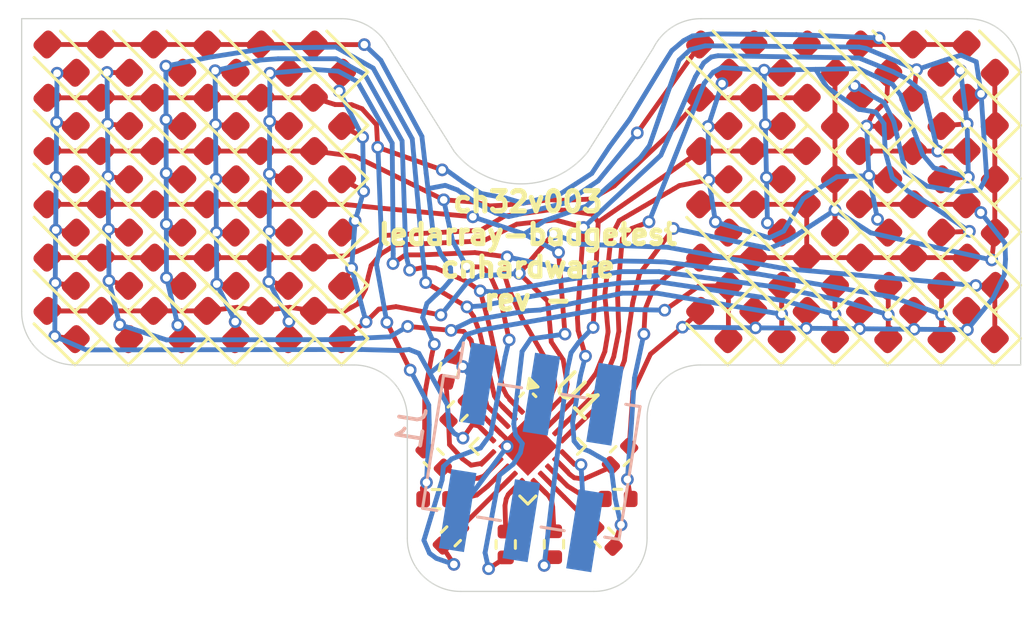
<source format=kicad_pcb>
(kicad_pcb (version 20241229) (generator "pcbnew") (generator_version "9.0")
  (layers (0 "F.Cu" signal) (2 "B.Cu" signal) (13 "F.Paste" user) (15 "B.Paste" user) (5 "F.SilkS" user "F.Silkscreen") (7 "B.SilkS" user "B.Silkscreen") (1 "F.Mask" user) (3 "B.Mask" user) (25 "Edge.Cuts" user))
  (net 0 "")
  (net 1 "VCC")
  (net 2 "GND")
  (net 3 "A2")
  (net 4 "PC0")
  (net 5 "A1")
  (net 6 "D7")
  (net 7 "D6")
  (net 8 "D5")
  (net 9 "D4")
  (net 10 "D3")
  (net 11 "D2")
  (net 12 "PC1")
  (net 13 "PC2")
  (net 14 "PC3")
  (net 15 "PC4")
  (net 16 "PC5")
  (net 17 "PC6")
  (net 18 "PC7")
  (net 19 "SSCL")
  (net 20 "SSDA")
  (net 21 "SWIO")
  (net 23 "D0")
  (net 24 "Net-(D0-A)")
  (net 25 "Net-(D10-A)")
  (net 26 "Net-(D1-A)")
  (net 27 "Net-(D11-A)")
  (net 28 "Net-(D12-A)")
  (net 29 "Net-(D13-A)")
  (net 30 "Net-(D14-A)")
  (net 31 "Net-(D15-A)")
  (net 32 "Net-(J1-Pin_1)")
  (footprint "LED_SMD:LED_0603_1608Metric" (layer "F.Cu") (at 133.875 27.825 135)
    (property "Reference" "D60")
    (property "Value" "LED_45deg" (hide yes))
  )
  (footprint "Resistor_SMD:R_0402_1005Metric" (layer "F.Cu") (at 121.33 35.87 75)
    (property "Reference" "R9" (hide yes))
    (property "Value" "0" (hide yes))
  )
  (footprint "LED_SMD:LED_0603_1608Metric" (layer "F.Cu") (at 142.275 23.625 135)
    (property "Reference" "D65")
    (property "Value" "LED_45deg" (hide yes))
  )
  (footprint "LED_SMD:LED_0603_1608Metric" (layer "F.Cu") (at 108.15 29.925 135)
    (property "Reference" "D11")
    (property "Value" "LED_45deg" (hide yes))
  )
  (footprint "LED_SMD:LED_0603_1608Metric" (layer "F.Cu") (at 116.55 32.025 135)
    (property "Reference" "D44")
    (property "Value" "LED_45deg" (hide yes))
  )
  (footprint "LED_SMD:LED_0603_1608Metric" (layer "F.Cu") (at 142.275 29.925 135)
    (property "Reference" "D71")
    (property "Value" "LED_45deg" (hide yes))
  )
  (footprint "LED_SMD:LED_0603_1608Metric" (layer "F.Cu") (at 142.275 32.025 135)
    (property "Reference" "D46")
    (property "Value" "LED_45deg" (hide yes))
  )
  (footprint "LED_SMD:LED_0603_1608Metric" (layer "F.Cu") (at 133.875 25.725 135)
    (property "Reference" "D58")
    (property "Value" "LED_45deg" (hide yes))
  )
  (footprint "LED_SMD:LED_0603_1608Metric" (layer "F.Cu") (at 106.05 34.125 135)
    (property "Reference" "D5")
    (property "Value" "LED_45deg" (hide yes))
  )
  (footprint "LED_SMD:LED_0603_1608Metric" (layer "F.Cu") (at 112.35 29.925 135)
    (property "Reference" "D27")
    (property "Value" "LED_45deg" (hide yes))
  )
  (footprint "LED_SMD:LED_0603_1608Metric" (layer "F.Cu") (at 112.35 27.825 135)
    (property "Reference" "D26")
    (property "Value" "LED_45deg" (hide yes))
  )
  (footprint "LED_SMD:LED_0603_1608Metric" (layer "F.Cu") (at 135.975 27.825 135)
    (property "Reference" "D68")
    (property "Value" "LED_45deg" (hide yes))
  )
  (footprint "LED_SMD:LED_0603_1608Metric" (layer "F.Cu") (at 110.25 32.025 135)
    (property "Reference" "D20")
    (property "Value" "LED_45deg" (hide yes))
  )
  (footprint "LED_SMD:LED_0603_1608Metric" (layer "F.Cu") (at 114.45 27.825 135)
    (property "Reference" "D34")
    (property "Value" "LED_45deg" (hide yes))
  )
  (footprint "LED_SMD:LED_0603_1608Metric" (layer "F.Cu") (at 116.55 23.625 135)
    (property "Reference" "D40")
    (property "Value" "LED_45deg" (hide yes))
  )
  (footprint "LED_SMD:LED_0603_1608Metric" (layer "F.Cu") (at 133.875 32.025 135)
    (property "Reference" "D14")
    (property "Value" "LED_45deg" (hide yes))
  )
  (footprint "LED_SMD:LED_0603_1608Metric" (layer "F.Cu") (at 131.775 34.125 135)
    (property "Reference" "D7")
    (property "Value" "LED_45deg" (hide yes))
  )
  (footprint "LED_SMD:LED_0603_1608Metric" (layer "F.Cu") (at 135.975 25.725 135)
    (property "Reference" "D66")
    (property "Value" "LED_45deg" (hide yes))
  )
  (footprint "LED_SMD:LED_0603_1608Metric" (layer "F.Cu") (at 140.175 25.725 135)
    (property "Reference" "D59")
    (property "Value" "LED_45deg" (hide yes))
  )
  (footprint "LED_SMD:LED_0603_1608Metric" (layer "F.Cu") (at 114.45 32.025 135)
    (property "Reference" "D36")
    (property "Value" "LED_45deg" (hide yes))
  )
  (footprint "LED_SMD:LED_0603_1608Metric" (layer "F.Cu") (at 140.175 27.825 135)
    (property "Reference" "D61")
    (property "Value" "LED_45deg" (hide yes))
  )
  (footprint "LED_SMD:LED_0603_1608Metric" (layer "F.Cu") (at 106.05 25.725 135)
    (property "Reference" "D1")
    (property "Value" "LED_45deg" (hide yes))
  )
  (footprint "LED_SMD:LED_0603_1608Metric" (layer "F.Cu") (at 116.55 34.125 135)
    (property "Reference" "D45")
    (property "Value" "LED_45deg" (hide yes))
  )
  (footprint "Resistor_SMD:R_0402_1005Metric" (layer "F.Cu") (at 121.66 37.52 -135)
    (property "Reference" "C1" (hide yes))
    (property "Value" "1u" (hide yes))
  )
  (footprint "Resistor_SMD:R_0402_1005Metric" (layer "F.Cu") (at 121.395 42.454827 -135)
    (property "Reference" "R3" (hide yes))
    (property "Value" "0" (hide yes))
  )
  (footprint "LED_SMD:LED_0603_1608Metric" (layer "F.Cu") (at 133.875 23.625 135)
    (property "Reference" "D56")
    (property "Value" "LED_45deg" (hide yes))
  )
  (footprint "LED_SMD:LED_0603_1608Metric" (layer "F.Cu") (at 106.05 32.025 135)
    (property "Reference" "D4")
    (property "Value" "LED_45deg" (hide yes))
  )
  (footprint "LED_SMD:LED_0603_1608Metric" (layer "F.Cu") (at 138.075 32.025 135)
    (property "Reference" "D30")
    (property "Value" "LED_45deg" (hide yes))
  )
  (footprint "LED_SMD:LED_0603_1608Metric" (layer "F.Cu") (at 131.775 27.825 135)
    (property "Reference" "D52")
    (property "Value" "LED_45deg" (hide yes))
  )
  (footprint "LED_SMD:LED_0603_1608Metric" (layer "F.Cu") (at 108.15 34.125 135)
    (property "Reference" "D13")
    (property "Value" "LED_45deg" (hide yes))
  )
  (footprint "LED_SMD:LED_0603_1608Metric" (layer "F.Cu") (at 138.075 29.925 135)
    (property "Reference" "D55")
    (property "Value" "LED_45deg" (hide yes))
  )
  (footprint "Resistor_SMD:R_0402_1005Metric" (layer "F.Cu") (at 125.455 42.764827 -90)
    (property "Reference" "R5" (hide yes))
    (property "Value" "0" (hide yes))
  )
  (footprint "LED_SMD:LED_0603_1608Metric" (layer "F.Cu") (at 138.075 34.125 135)
    (property "Reference" "D31")
    (property "Value" "LED_45deg" (hide yes))
  )
  (footprint "LED_SMD:LED_0603_1608Metric" (layer "F.Cu") (at 112.35 23.625 135)
    (property "Reference" "D24")
    (property "Value" "LED_45deg" (hide yes))
  )
  (footprint "LED_SMD:LED_0603_1608Metric" (layer "F.Cu") (at 135.975 29.925 135)
    (property "Reference" "D70")
    (property "Value" "LED_45deg" (hide yes))
  )
  (footprint "LED_SMD:LED_0603_1608Metric" (layer "F.Cu") (at 138.075 23.625 135)
    (property "Reference" "D49")
    (property "Value" "LED_45deg" (hide yes))
  )
  (footprint "LED_SMD:LED_0603_1608Metric" (layer "F.Cu") (at 116.55 27.825 135)
    (property "Reference" "D42")
    (property "Value" "LED_45deg" (hide yes))
  )
  (footprint "LED_SMD:LED_0603_1608Metric" (layer "F.Cu") (at 140.175 34.125 135)
    (property "Reference" "D39")
    (property "Value" "LED_45deg" (hide yes))
  )
  (footprint "Resistor_SMD:R_0402_1005Metric" (layer "F.Cu") (at 123.555 42.774827 -90)
    (property "Reference" "R4" (hide yes))
    (property "Value" "0" (hide yes))
  )
  (footprint "LED_SMD:LED_0603_1608Metric" (layer "F.Cu") (at 135.975 23.625 135)
    (property "Reference" "D64")
    (property "Value" "LED_45deg" (hide yes))
  )
  (footprint "LED_SMD:LED_0603_1608Metric" (layer "F.Cu") (at 140.175 32.025 135)
    (property "Reference" "D38")
    (property "Value" "LED_45deg" (hide yes))
  )
  (footprint "LED_SMD:LED_0603_1608Metric" (layer "F.Cu") (at 110.25 25.725 135)
    (property "Reference" "D17" (hide yes))
    (property "Value" "LED_45deg" (hide yes))
  )
  (footprint "LED_SMD:LED_0603_1608Metric" (layer "F.Cu") (at 116.55 25.725 135)
    (property "Reference" "D41")
    (property "Value" "LED_45deg" (hide yes))
  )
  (footprint "LED_SMD:LED_0603_1608Metric" (layer "F.Cu") (at 142.275 25.725 135)
    (property "Reference" "D67")
    (property "Value" "LED_45deg" (hide yes))
  )
  (footprint "LED_SMD:LED_0603_1608Metric" (layer "F.Cu") (at 116.55 29.925 135)
    (property "Reference" "D43")
    (property "Value" "LED_45deg" (hide yes))
  )
  (footprint "LED_SMD:LED_0603_1608Metric" (layer "F.Cu") (at 140.175 23.625 135)
    (property "Reference" "D57")
    (property "Value" "LED_45deg" (hide yes))
  )
  (footprint "LED_SMD:LED_0603_1608Metric" (layer "F.Cu") (at 108.15 25.725 135)
    (property "Reference" "D9")
    (property "Value" "LED_45deg" (hide yes))
  )
  (footprint "LED_SMD:LED_0603_1608Metric" (layer "F.Cu") (at 112.35 32.025 135)
    (property "Reference" "D28")
    (property "Value" "LED_45deg" (hide yes))
  )
  (footprint "Package_DFN_QFN:QFN-20-1EP_3x3mm_P0.4mm_EP1.65x1.65mm" (layer "F.Cu") (at 124.425 38.904828 -45)
    (property "Reference" "U1")
    (property "Value" "CH32V003F4U6")
  )
  (footprint "LED_SMD:LED_0603_1608Metric" (layer "F.Cu") (at 133.875 29.925 135)
    (property "Reference" "D62")
    (property "Value" "LED_45deg" (hide yes))
  )
  (footprint "Resistor_SMD:R_0402_1005Metric" (layer "F.Cu") (at 127.97 40.98)
    (property "Reference" "R7" (hide yes))
    (property "Value" "0" (hide yes))
  )
  (footprint "LED_SMD:LED_0603_1608Metric" (layer "F.Cu") (at 106.05 23.625 135)
    (property "Reference" "D0")
    (property "Value" "LED_45deg" (hide yes))
  )
  (footprint "LED_SMD:LED_0603_1608Metric" (layer "F.Cu") (at 138.075 27.825 135)
    (property "Reference" "D53")
    (property "Value" "LED_45deg" (hide yes))
  )
  (footprint "LED_SMD:LED_0603_1608Metric" (layer "F.Cu") (at 114.45 25.725 135)
    (property "Reference" "D33")
    (property "Value" "LED_45deg" (hide yes))
  )
  (footprint "LED_SMD:LED_0603_1608Metric" (layer "F.Cu") (at 142.275 27.825 135)
    (property "Reference" "D69")
    (property "Value" "LED_45deg" (hide yes))
  )
  (footprint "LED_SMD:LED_0603_1608Metric" (layer "F.Cu") (at 131.775 23.625 135)
    (property "Reference" "D48")
    (property "Value" "LED_45deg" (hide yes))
  )
  (footprint "LED_SMD:LED_0603_1608Metric" (layer "F.Cu") (at 140.175 29.925 135)
    (property "Reference" "D63")
    (property "Value" "LED_45deg" (hide yes))
  )
  (footprint "Resistor_SMD:R_0402_1005Metric" (layer "F.Cu") (at 127.445 42.504827 -45)
    (property "Reference" "R6" (hide yes))
    (property "Value" "0" (hide yes))
  )
  (footprint "Resistor_SMD:R_0402_1005Metric" (layer "F.Cu") (at 128.06 39.29 45)
    (property "Reference" "R8" (hide yes))
    (property "Value" "0" (hide yes))
  )
  (footprint "LED_SMD:LED_0603_1608Metric" (layer "F.Cu") (at 108.15 23.625 135)
    (property "Reference" "D8")
    (property "Value" "LED_45deg" (hide yes))
  )
  (footprint "LED_SMD:LED_0603_1608Metric" (layer "F.Cu") (at 114.45 34.125 135)
    (property "Reference" "D37")
    (property "Value" "LED_45deg" (hide yes))
  )
  (footprint "LED_SMD:LED_0603_1608Metric" (layer "F.Cu") (at 108.15 32.025 135)
    (property "Reference" "D12")
    (property "Value" "LED_45deg" (hide yes))
  )
  (footprint "LED_SMD:LED_0603_1608Metric" (layer "F.Cu") (at 110.25 23.625 135)
    (property "Reference" "D16")
    (property "Value" "LED_45deg" (hide yes))
  )
  (footprint "LED_SMD:LED_0603_1608Metric" (layer "F.Cu") (at 106.05 29.925 135)
    (property "Reference" "D3")
    (property "Value" "LED_45deg" (hide yes))
  )
  (footprint "LED_SMD:LED_0603_1608Metric" (layer "F.Cu") (at 114.45 29.925 135)
    (property "Reference" "D35")
    (property "Value" "LED_45deg" (hide yes))
  )
  (footprint "LED_SMD:LED_0603_1608Metric" (layer "F.Cu") (at 135.975 32.025 135)
    (property "Reference" "D22")
    (property "Value" "LED_45deg" (hide yes))
  )
  (footprint "LED_SMD:LED_0603_1608Metric" (layer "F.Cu") (at 112.35 34.125 135)
    (property "Reference" "D29")
    (property "Value" "LED_45deg" (hide yes))
  )
  (footprint "LED_SMD:LED_0603_1608Metric" (layer "F.Cu") (at 131.775 25.725 135)
    (property "Reference" "D50")
    (property "Value" "LED_45deg" (hide yes))
  )
  (footprint "Resistor_SMD:R_0402_1005Metric" (layer "F.Cu") (at 120.715 39.384827 135)
    (property "Reference" "R1" (hide yes))
    (property "Value" "0" (hide yes))
  )
  (footprint "LED_SMD:LED_0603_1608Metric" (layer "F.Cu") (at 110.25 34.125 135)
    (property "Reference" "D21")
    (property "Value" "LED_45deg" (hide yes))
  )
  (footprint "LED_SMD:LED_0603_1608Metric" (layer "F.Cu") (at 108.15 27.825 135)
    (property "Reference" "D10")
    (property "Value" "LED_45deg" (hide yes))
  )
  (footprint "LED_SMD:LED_0603_1608Metric" (layer "F.Cu") (at 142.275 34.125 135)
    (property "Reference" "D47")
    (property "Value" "LED_45deg" (hide yes))
  )
  (footprint "LED_SMD:LED_0603_1608Metric" (layer "F.Cu") (at 135.975 34.125 135)
    (property "Reference" "D23")
    (property "Value" "LED_45deg" (hide yes))
  )
  (footprint "LED_SMD:LED_0603_1608Metric" (layer "F.Cu") (at 110.25 29.925 135)
    (property "Reference" "D19")
    (property "Value" "LED_45deg" (hide yes))
  )
  (footprint "LED_SMD:LED_0603_1608Metric" (layer "F.Cu") (at 110.25 27.825 135)
    (property "Reference" "D18")
    (property "Value" "LED_45deg" (hide yes))
  )
  (footprint "LED_SMD:LED_0603_1608Metric" (layer "F.Cu") (at 131.775 32.025 135)
    (property "Reference" "D6")
    (property "Value" "LED_45deg" (hide yes))
  )
  (footprint "LED_SMD:LED_0603_1608Metric" (layer "F.Cu") (at 106.05 27.825 135)
    (property "Reference" "D2")
    (property "Value" "LED_45deg" (hide yes))
  )
  (footprint "LED_SMD:LED_0603_1608Metric" (layer "F.Cu") (at 131.775 29.925 135)
    (property "Reference" "D54")
    (property "Value" "LED_45deg" (hide yes))
  )
  (footprint "LED_SMD:LED_0603_1608Metric" (layer "F.Cu") (at 114.45 23.625 135)
    (property "Reference" "D32")
    (property "Value" "LED_45deg" (hide yes))
  )
  (footprint "Resistor_SMD:R_0402_1005Metric" (layer "F.Cu") (at 120.81 40.99 180)
    (property "Reference" "R2" (hide yes))
    (property "Value" "0" (hide yes))
  )
  (footprint "LED_SMD:LED_0603_1608Metric" (layer "F.Cu") (at 138.075 25.725 135)
    (property "Reference" "D51")
    (property "Value" "LED_45deg" (hide yes))
  )
  (footprint "LED_SMD:LED_0603_1608Metric" (layer "F.Cu") (at 112.35 25.725 135)
    (property "Reference" "D25")
    (property "Value" "LED_45deg" (hide yes))
  )
  (footprint "LED_SMD:LED_0603_1608Metric" (layer "F.Cu") (at 133.875 34.125 135)
    (property "Reference" "D15")
    (property "Value" "LED_45deg" (hide yes))
  )
  (footprint "Connector_PinHeader_2.54mm:PinHeader_2x03_P2.54mm_Vertical_SMD" (layer "B.Cu") (at 124.563725 39.343431 -99)
    (property "Reference" "J1")
    (property "Value" "SAO")
  )
  (gr_arc (start 129.125305 37.8) (mid 129.740381 36.315076) (end 131.225305 35.7) (stroke (width 0.05)) (layer "Edge.Cuts"))
  (gr_arc (start 129.125305 42.525) (mid 128.510229 44.009924) (end 127.025305 44.625) (stroke (width 0.05)) (layer "Edge.Cuts"))
  (gr_line (start 119.675306 37.799999) (end 119.675305 42.529582) (stroke (width 0.05)) (layer "Edge.Cuts"))
  (gr_arc (start 141.750001 22.049999) (mid 143.234925 22.665075) (end 143.850001 24.149999) (stroke (width 0.05)) (layer "Edge.Cuts"))
  (gr_arc (start 121.775305 44.625) (mid 120.290381 44.009924) (end 119.675305 42.525) (stroke (width 0.05)) (layer "Edge.Cuts"))
  (gr_arc (start 117.575306 35.699999) (mid 119.06023 36.315075) (end 119.675306 37.799999) (stroke (width 0.05)) (layer "Edge.Cuts"))
  (gr_arc (start 117.075 22.05) (mid 118.065902 22.298483) (end 118.822306 22.98513) (stroke (width 0.05)) (layer "Edge.Cuts"))
  (gr_line (start 117.075 22.05) (end 104.475 22.049999) (stroke (width 0.05)) (layer "Edge.Cuts"))
  (gr_line (start 129.125305 42.525) (end 129.125305 37.8) (stroke (width 0.05)) (layer "Edge.Cuts"))
  (gr_line (start 117.5753 35.699999) (end 106.574999 35.700001) (stroke (width 0.05)) (layer "Edge.Cuts"))
  (gr_line (start 118.822306 22.985131) (end 121.525827 27.285324) (stroke (width 0.05)) (layer "Edge.Cuts"))
  (gr_line (start 143.85 35.7) (end 143.850001 24.149999) (stroke (width 0.05)) (layer "Edge.Cuts"))
  (gr_line (start 121.775305 44.625) (end 127.029882 44.625) (stroke (width 0.05)) (layer "Edge.Cuts"))
  (gr_arc (start 106.574999 35.700001) (mid 105.090075 35.084925) (end 104.474999 33.600001) (stroke (width 0.05)) (layer "Edge.Cuts"))
  (gr_arc (start 129.371703 23.210851) (mid 130.145965 22.363633) (end 131.25 22.05) (stroke (width 0.05)) (layer "Edge.Cuts"))
  (gr_line (start 104.475 22.049999) (end 104.474999 33.6) (stroke (width 0.05)) (layer "Edge.Cuts"))
  (gr_line (start 141.75 22.049999) (end 131.25 22.05) (stroke (width 0.05)) (layer "Edge.Cuts"))
  (gr_line (start 143.85 35.700006) (end 131.225305 35.700006) (stroke (width 0.05)) (layer "Edge.Cuts"))
  (gr_line (start 129.371704 23.210851) (end 126.7875 27.3) (stroke (width 0.05)) (layer "Edge.Cuts"))
  (gr_arc (start 126.7875 27.3) (mid 124.153124 28.561627) (end 121.525826 27.285324) (stroke (width 0.05)) (layer "Edge.Cuts"))
  (gr_text "ch32v003\nledarray-badgetest\ncnhardware\nrev -" (at 124.425 33.6 0) (layer "F.SilkS") (effects (font (size 0.8 0.8) (thickness 0.2) (bold yes)) (justify bottom)))
  (segment (start 121.34 38.84) (end 121.299376 37.880624) (width 0.19) (layer "F.Cu") (net 1))
  (segment (start 122.59 39.58) (end 122.19 39.65) (width 0.19) (layer "F.Cu") (net 1))
  (segment (start 122.83401 39.364447) (end 122.59 39.58) (width 0.19) (layer "F.Cu") (net 1))
  (segment (start 121.198003 36.362621) (end 121.299376 37.880624) (width 0.19) (layer "F.Cu") (net 1))
  (segment (start 122.19 39.65) (end 121.85 39.4) (width 0.19) (layer "F.Cu") (net 1))
  (segment (start 121.85 39.4) (end 121.34 38.84) (width 0.19) (layer "F.Cu") (net 1))
  (segment (start 123.116852 38.162366) (end 122.73 37.77) (width 0.19) (layer "F.Cu") (net 2))
  (segment (start 122.73 37.77) (end 122.47 37.53) (width 0.19) (layer "F.Cu") (net 2))
  (segment (start 124.06 39.08) (end 124.425 38.904828) (width 0.19) (layer "F.Cu") (net 2))
  (segment (start 122.47 37.53) (end 122.020624 37.159376) (width 0.19) (layer "F.Cu") (net 2))
  (segment (start 123.116852 38.162366) (end 124.06 39.08) (width 0.19) (layer "F.Cu") (net 2))
  (via (at 123.61 38.91) (size 0.5) (drill 0.3) (layers "F.Cu" "B.Cu") (net 2))
  (segment (start 121.661277 41.540483) (end 123.61 38.91) (width 0.19) (layer "B.Cu") (net 2))
  (segment (start 108.706847 26.281847) (end 107.859296 26.2) (width 0.19) (layer "F.Cu") (net 3))
  (segment (start 108.706847 30.481847) (end 107.898745 30.35) (width 0.19) (layer "F.Cu") (net 3))
  (segment (start 108.706847 32.581847) (end 107.918042 32.38) (width 0.19) (layer "F.Cu") (net 3))
  (segment (start 122.19 34.73) (end 122.65 36.68) (width 0.19) (layer "F.Cu") (net 3))
  (segment (start 121.9 34.38) (end 122.19 34.73) (width 0.19) (layer "F.Cu") (net 3))
  (segment (start 119.69 34.18) (end 121.9 34.38) (width 0.19) (layer "F.Cu") (net 3))
  (segment (start 108.706847 28.381847) (end 107.878973 28.27) (width 0.19) (layer "F.Cu") (net 3))
  (segment (start 134.431847 33.7) (end 134.431847 32.581847) (width 0.19) (layer "F.Cu") (net 3))
  (segment (start 108.706847 24.181847) (end 107.84 24.17) (width 0.19) (layer "F.Cu") (net 3))
  (segment (start 108.34 34.11) (end 108.706847 34.681847) (width 0.19) (layer "F.Cu") (net 3))
  (segment (start 122.82 37.32) (end 123.399695 37.879523) (width 0.19) (layer "F.Cu") (net 3))
  (segment (start 122.65 36.68) (end 122.82 37.32) (width 0.19) (layer "F.Cu") (net 3))
  (segment (start 134.431847 32.581847) (end 134.431847 34.681847) (width 0.19) (layer "F.Cu") (net 3))
  (via (at 107.898745 30.35) (size 0.5) (drill 0.3) (layers "F.Cu" "B.Cu") (net 3))
  (via (at 134.431847 33.7) (size 0.5) (drill 0.3) (layers "F.Cu" "B.Cu") (net 3))
  (via (at 107.859296 26.2) (size 0.5) (drill 0.3) (layers "F.Cu" "B.Cu") (net 3))
  (via (at 108.34 34.11) (size 0.5) (drill 0.3) (layers "F.Cu" "B.Cu") (net 3))
  (via (at 107.878973 28.27) (size 0.5) (drill 0.3) (layers "F.Cu" "B.Cu") (net 3))
  (via (at 107.918042 32.38) (size 0.5) (drill 0.3) (layers "F.Cu" "B.Cu") (net 3))
  (via (at 107.84 24.17) (size 0.5) (drill 0.3) (layers "F.Cu" "B.Cu") (net 3))
  (via (at 121.4 34.334751) (size 0.5) (drill 0.3) (layers "F.Cu" "B.Cu") (net 3))
  (via (at 119.69 34.18) (size 0.5) (drill 0.3) (layers "F.Cu" "B.Cu") (net 3))
  (segment (start 128.15 32.87) (end 124.897319 33.53453) (width 0.19) (layer "B.Cu") (net 3))
  (segment (start 118.99 34.59) (end 116.63 34.7) (width 0.19) (layer "B.Cu") (net 3))
  (segment (start 124.897319 33.53453) (end 124.44 33.56) (width 0.19) (layer "B.Cu") (net 3))
  (segment (start 124.44 33.56) (end 122.19 33.95) (width 0.19) (layer "B.Cu") (net 3))
  (segment (start 107.84 24.17) (end 107.859296 26.2) (width 0.19) (layer "B.Cu") (net 3))
  (segment (start 122.19 33.95) (end 121.4 34.334751) (width 0.19) (layer "B.Cu") (net 3))
  (segment (start 107.898745 30.35) (end 107.918042 32.38) (width 0.19) (layer "B.Cu") (net 3))
  (segment (start 119.69 34.18) (end 118.99 34.59) (width 0.19) (layer "B.Cu") (net 3))
  (segment (start 129.52 32.87) (end 128.15 32.87) (width 0.19) (layer "B.Cu") (net 3))
  (segment (start 134.431847 33.7) (end 129.52 32.87) (width 0.19) (layer "B.Cu") (net 3))
  (segment (start 107.859296 26.2) (end 107.878973 28.27) (width 0.19) (layer "B.Cu") (net 3))
  (segment (start 107.878973 28.27) (end 107.898745 30.35) (width 0.19) (layer "B.Cu") (net 3))
  (segment (start 107.918042 32.38) (end 108.34 34.11) (width 0.19) (layer "B.Cu") (net 3))
  (segment (start 116.63 34.7) (end 110.18 34.71) (width 0.19) (layer "B.Cu") (net 3))
  (segment (start 110.18 34.71) (end 108.34 34.11) (width 0.19) (layer "B.Cu") (net 3))
  (segment (start 123.116852 39.64729) (end 122.685 40.084827) (width 0.19) (layer "F.Cu") (net 4))
  (segment (start 122.035 40.194827) (end 121.075624 39.745451) (width 0.19) (layer "F.Cu") (net 4))
  (segment (start 122.685 40.084827) (end 122.455 40.164827) (width 0.19) (layer "F.Cu") (net 4))
  (segment (start 122.455 40.164827) (end 122.035 40.194827) (width 0.19) (layer "F.Cu") (net 4))
  (segment (start 123.26 37.17) (end 123.682538 37.59668) (width 0.19) (layer "F.Cu") (net 5))
  (segment (start 122.53 34.43) (end 123.11 36.92) (width 0.19) (layer "F.Cu") (net 5))
  (segment (start 122.03 33.41) (end 122.29 33.79) (width 0.19) (layer "F.Cu") (net 5))
  (segment (start 110.806847 28.381847) (end 110.172138 28.14) (width 0.19) (layer "F.Cu") (net 5))
  (segment (start 110.806847 26.281847) (end 110.166069 26.03) (width 0.19) (layer "F.Cu") (net 5))
  (segment (start 110.806847 34.681847) (end 110.63 34.13) (width 0.19) (layer "F.Cu") (net 5))
  (segment (start 136.531847 34.681847) (end 136.531847 33.71) (width 0.19) (layer "F.Cu") (net 5))
  (segment (start 123.11 36.92) (end 123.26 37.17) (width 0.19) (layer "F.Cu") (net 5))
  (segment (start 120.4 32.45) (end 122.03 33.41) (width 0.19) (layer "F.Cu") (net 5))
  (segment (start 110.16 23.92) (end 110.806847 24.181847) (width 0.19) (layer "F.Cu") (net 5))
  (segment (start 110.806847 30.481847) (end 110.177919 30.15) (width 0.19) (layer "F.Cu") (net 5))
  (segment (start 122.29 33.79) (end 122.53 34.43) (width 0.19) (layer "F.Cu") (net 5))
  (segment (start 136.531847 32.581847) (end 136.531847 33.71) (width 0.19) (layer "F.Cu") (net 5))
  (segment (start 110.806847 32.581847) (end 110.183988 32.26) (width 0.19) (layer "F.Cu") (net 5))
  (via (at 110.63 34.13) (size 0.5) (drill 0.3) (layers "F.Cu" "B.Cu") (net 5))
  (via (at 110.166069 26.03) (size 0.5) (drill 0.3) (layers "F.Cu" "B.Cu") (net 5))
  (via (at 110.183988 32.26) (size 0.5) (drill 0.3) (layers "F.Cu" "B.Cu") (net 5))
  (via (at 136.531847 33.71) (size 0.5) (drill 0.3) (layers "F.Cu" "B.Cu") (net 5))
  (via (at 110.16 23.92) (size 0.5) (drill 0.3) (layers "F.Cu" "B.Cu") (net 5))
  (via (at 110.172138 28.14) (size 0.5) (drill 0.3) (layers "F.Cu" "B.Cu") (net 5))
  (via (at 122.03 33.41) (size 0.5) (drill 0.3) (layers "F.Cu" "B.Cu") (net 5))
  (via (at 110.177919 30.15) (size 0.5) (drill 0.3) (layers "F.Cu" "B.Cu") (net 5))
  (via (at 120.4 32.45) (size 0.5) (drill 0.3) (layers "F.Cu" "B.Cu") (net 5))
  (segment (start 110.63 34.13) (end 110.183988 32.26) (width 0.19) (layer "B.Cu") (net 5))
  (segment (start 110.177919 30.15) (end 110.172138 28.14) (width 0.19) (layer "B.Cu") (net 5))
  (segment (start 118.33 24) (end 116.86 23.17) (width 0.19) (layer "B.Cu") (net 5))
  (segment (start 116.86 23.17) (end 114.17 23.21) (width 0.19) (layer "B.Cu") (net 5))
  (segment (start 114.17 23.21) (end 111.88 23.57) (width 0.19) (layer "B.Cu") (net 5))
  (segment (start 136.531847 33.71) (end 134.49 33.16) (width 0.19) (layer "B.Cu") (net 5))
  (segment (start 119.87 26.79) (end 118.33 24) (width 0.19) (layer "B.Cu") (net 5))
  (segment (start 110.183988 32.26) (end 110.177919 30.15) (width 0.19) (layer "B.Cu") (net 5))
  (segment (start 111.88 23.57) (end 110.16 23.92) (width 0.19) (layer "B.Cu") (net 5))
  (segment (start 120.4 32.45) (end 120.29 31.45) (width 0.19) (layer "B.Cu") (net 5))
  (segment (start 134.49 33.16) (end 129.56 32.42) (width 0.19) (layer "B.Cu") (net 5))
  (segment (start 129.56 32.42) (end 128.05 32.47) (width 0.19) (layer "B.Cu") (net 5))
  (segment (start 120.29 31.45) (end 119.87 26.79) (width 0.19) (layer "B.Cu") (net 5))
  (segment (start 124.53 33) (end 122.58 33.37) (width 0.19) (layer "B.Cu") (net 5))
  (segment (start 128.05 32.47) (end 126.27 32.7) (width 0.19) (layer "B.Cu") (net 5))
  (segment (start 126.27 32.7) (end 124.53 33) (width 0.19) (layer "B.Cu") (net 5))
  (segment (start 110.172138 28.14) (end 110.166069 26.03) (width 0.19) (layer "B.Cu") (net 5))
  (segment (start 122.58 33.37) (end 122.03 33.41) (width 0.19) (layer "B.Cu") (net 5))
  (segment (start 110.16 23.92) (end 110.166069 26.03) (width 0.19) (layer "B.Cu") (net 5))
  (segment (start 112.906847 32.581847) (end 112.165068 32.51) (width 0.19) (layer "F.Cu") (net 6))
  (segment (start 123.59 36.9) (end 123.965381 37.313838) (width 0.19) (layer "F.Cu") (net 6))
  (segment (start 112.906847 30.481847) (end 112.149362 30.48) (width 0.19) (layer "F.Cu") (net 6))
  (segment (start 122.55 32.78) (end 122.88 34.04) (width 0.19) (layer "F.Cu") (net 6))
  (segment (start 122 32.4) (end 122.55 32.78) (width 0.19) (layer "F.Cu") (net 6))
  (segment (start 120.4 31.84) (end 120.79 31.88) (width 0.19) (layer "F.Cu") (net 6))
  (segment (start 112.906847 24.181847) (end 112.1 24.1) (width 0.19) (layer "F.Cu") (net 6))
  (segment (start 120.79 31.88) (end 122 32.4) (width 0.19) (layer "F.Cu") (net 6))
  (segment (start 119.766257 31.96) (end 120.4 31.84) (width 0.19) (layer "F.Cu") (net 6))
  (segment (start 112.89 33.99) (end 112.906847 34.681847) (width 0.19) (layer "F.Cu") (net 6))
  (segment (start 122.88 34.04) (end 123.43 36.58) (width 0.19) (layer "F.Cu") (net 6))
  (segment (start 112.906847 28.381847) (end 112.133037 28.37) (width 0.19) (layer "F.Cu") (net 6))
  (segment (start 138.631847 33.72) (end 138.631847 34.681847) (width 0.19) (layer "F.Cu") (net 6))
  (segment (start 138.631847 32.581847) (end 138.631847 33.72) (width 0.19) (layer "F.Cu") (net 6))
  (segment (start 123.43 36.58) (end 123.59 36.9) (width 0.19) (layer "F.Cu") (net 6))
  (segment (start 112.906847 26.281847) (end 112.116402 26.22) (width 0.19) (layer "F.Cu") (net 6))
  (via (at 112.133037 28.37) (size 0.5) (drill 0.3) (layers "F.Cu" "B.Cu") (net 6))
  (via (at 122.55 32.78) (size 0.5) (drill 0.3) (layers "F.Cu" "B.Cu") (net 6))
  (via (at 138.631847 33.72) (size 0.5) (drill 0.3) (layers "F.Cu" "B.Cu") (net 6))
  (via (at 112.165068 32.51) (size 0.5) (drill 0.3) (layers "F.Cu" "B.Cu") (net 6))
  (via (at 112.1 24.1) (size 0.5) (drill 0.3) (layers "F.Cu" "B.Cu") (net 6))
  (via (at 112.89 33.99) (size 0.5) (drill 0.3) (layers "F.Cu" "B.Cu") (net 6))
  (via (at 112.149362 30.48) (size 0.5) (drill 0.3) (layers "F.Cu" "B.Cu") (net 6))
  (via (at 112.116402 26.22) (size 0.5) (drill 0.3) (layers "F.Cu" "B.Cu") (net 6))
  (via (at 119.766257 31.96) (size 0.5) (drill 0.3) (layers "F.Cu" "B.Cu") (net 6))
  (segment (start 118 24.25) (end 116.87 23.63) (width 0.19) (layer "B.Cu") (net 6))
  (segment (start 113.89 23.68) (end 112.1 24.1) (width 0.19) (layer "B.Cu") (net 6))
  (segment (start 112.1 24.1) (end 112.116402 26.22) (width 0.19) (layer "B.Cu") (net 6))
  (segment (start 116.87 23.63) (end 114.58 23.63) (width 0.19) (layer "B.Cu") (net 6))
  (segment (start 112.149362 30.48) (end 112.165068 32.51) (width 0.19) (layer "B.Cu") (net 6))
  (segment (start 114.58 23.63) (end 113.89 23.68) (width 0.19) (layer "B.Cu") (net 6))
  (segment (start 125.82 32.36) (end 128.14 32.02) (width 0.19) (layer "B.Cu") (net 6))
  (segment (start 112.133037 28.37) (end 112.149362 30.48) (width 0.19) (layer "B.Cu") (net 6))
  (segment (start 123.16 32.83) (end 123.99 32.7) (width 0.19) (layer "B.Cu") (net 6))
  (segment (start 112.165068 32.51) (end 112.89 33.99) (width 0.19) (layer "B.Cu") (net 6))
  (segment (start 112.116402 26.22) (end 112.133037 28.37) (width 0.19) (layer "B.Cu") (net 6))
  (segment (start 128.14 32.02) (end 129.6 32.02) (width 0.19) (layer "B.Cu") (net 6))
  (segment (start 119.766257 31.96) (end 119.62 31.35) (width 0.19) (layer "B.Cu") (net 6))
  (segment (start 119.62 31.35) (end 119.47 26.87) (width 0.19) (layer "B.Cu") (net 6))
  (segment (start 123.99 32.7) (end 125.82 32.36) (width 0.19) (layer "B.Cu") (net 6))
  (segment (start 122.55 32.78) (end 123.16 32.83) (width 0.19) (layer "B.Cu") (net 6))
  (segment (start 136.74 33.15) (end 138.631847 33.72) (width 0.19) (layer "B.Cu") (net 6))
  (segment (start 119.47 26.87) (end 118 24.25) (width 0.19) (layer "B.Cu") (net 6))
  (segment (start 134.23 32.63) (end 136.74 33.15) (width 0.19) (layer "B.Cu") (net 6))
  (segment (start 129.6 32.02) (end 134.23 32.63) (width 0.19) (layer "B.Cu") (net 6))
  (segment (start 119.6 31.36) (end 119.111959 31.7) (width 0.19) (layer "F.Cu") (net 7))
  (segment (start 140.731847 32.581847) (end 140.731847 33.71) (width 0.19) (layer "F.Cu") (net 7))
  (segment (start 115.006847 26.281847) (end 114.250922 26.09) (width 0.19) (layer "F.Cu") (net 7))
  (segment (start 115.01 33.98) (end 115.006847 34.681847) (width 0.19) (layer "F.Cu") (net 7))
  (segment (start 125.37 36.84) (end 125.5 36.53) (width 0.19) (layer "F.Cu") (net 7))
  (segment (start 140.731847 34.681847) (end 140.731847 33.71) (width 0.19) (layer "F.Cu") (net 7))
  (segment (start 122.34 31.27) (end 120.24 31.36) (width 0.19) (layer "F.Cu") (net 7))
  (segment (start 125.43 35.99) (end 124.19 33.85) (width 0.19) (layer "F.Cu") (net 7))
  (segment (start 123.61 31.44) (end 123.5 32.13) (width 0.19) (layer "F.Cu") (net 7))
  (segment (start 123.5 32.13) (end 123.68 32.71) (width 0.19) (layer "F.Cu") (net 7))
  (segment (start 125.5 36.53) (end 125.43 35.99) (width 0.19) (layer "F.Cu") (net 7))
  (segment (start 123.68 32.71) (end 124.19 33.85) (width 0.19) (layer "F.Cu") (net 7))
  (segment (start 124.884619 37.313838) (end 125.37 36.84) (width 0.19) (layer "F.Cu") (net 7))
  (segment (start 115.006847 24.181847) (end 114.26 24.2) (width 0.19) (layer "F.Cu") (net 7))
  (segment (start 115.006847 30.481847) (end 114.230077 30.43) (width 0.19) (layer "F.Cu") (net 7))
  (segment (start 120.24 31.36) (end 119.6 31.36) (width 0.19) (layer "F.Cu") (net 7))
  (segment (start 115.006847 32.581847) (end 114.220567 32.41) (width 0.19) (layer "F.Cu") (net 7))
  (segment (start 123.61 31.44) (end 122.34 31.27) (width 0.19) (layer "F.Cu") (net 7))
  (segment (start 115.006847 28.381847) (end 114.240932 28.17) (width 0.19) (layer "F.Cu") (net 7))
  (via (at 119.111959 31.7) (size 0.5) (drill 0.3) (layers "F.Cu" "B.Cu") (net 7))
  (via (at 114.26 24.2) (size 0.5) (drill 0.3) (layers "F.Cu" "B.Cu") (net 7))
  (via (at 123.61 31.44) (size 0.5) (drill 0.3) (layers "F.Cu" "B.Cu") (net 7))
  (via (at 114.230077 30.43) (size 0.5) (drill 0.3) (layers "F.Cu" "B.Cu") (net 7))
  (via (at 114.220567 32.41) (size 0.5) (drill 0.3) (layers "F.Cu" "B.Cu") (net 7))
  (via (at 114.250922 26.09) (size 0.5) (drill 0.3) (layers "F.Cu" "B.Cu") (net 7))
  (via (at 115.01 33.98) (size 0.5) (drill 0.3) (layers "F.Cu" "B.Cu") (net 7))
  (via (at 114.240932 28.17) (size 0.5) (drill 0.3) (layers "F.Cu" "B.Cu") (net 7))
  (via (at 140.731847 33.71) (size 0.5) (drill 0.3) (layers "F.Cu" "B.Cu") (net 7))
  (segment (start 129.82 31.64) (end 133.48 32.11) (width 0.19) (layer "B.Cu") (net 7))
  (segment (start 138.79 33.02) (end 140.731847 33.71) (width 0.19) (layer "B.Cu") (net 7))
  (segment (start 126 31.94) (end 127.98 31.6) (width 0.19) (layer "B.Cu") (net 7))
  (segment (start 114.240932 28.17) (end 114.230077 30.43) (width 0.19) (layer "B.Cu") (net 7))
  (segment (start 123.61 31.44) (end 126 31.94) (width 0.19) (layer "B.Cu") (net 7))
  (segment (start 117.71 24.53) (end 119.08 26.96) (width 0.19) (layer "B.Cu") (net 7))
  (segment (start 133.48 32.11) (end 138.79 33.02) (width 0.19) (layer "B.Cu") (net 7))
  (segment (start 115.99 24.05) (end 116.95 24.12) (width 0.19) (layer "B.Cu") (net 7))
  (segment (start 127.98 31.6) (end 129.25 31.62) (width 0.19) (layer "B.Cu") (net 7))
  (segment (start 119.08 26.96) (end 119.12 31.31) (width 0.19) (layer "B.Cu") (net 7))
  (segment (start 114.250922 26.09) (end 114.240932 28.17) (width 0.19) (layer "B.Cu") (net 7))
  (segment (start 114.220567 32.41) (end 115.01 33.98) (width 0.19) (layer "B.Cu") (net 7))
  (segment (start 114.26 24.2) (end 114.250922 26.09) (width 0.19) (layer "B.Cu") (net 7))
  (segment (start 114.230077 30.43) (end 114.220567 32.41) (width 0.19) (layer "B.Cu") (net 7))
  (segment (start 129.25 31.62) (end 129.82 31.64) (width 0.19) (layer "B.Cu") (net 7))
  (segment (start 116.95 24.12) (end 117.71 24.53) (width 0.19) (layer "B.Cu") (net 7))
  (segment (start 114.26 24.2) (end 115.99 24.05) (width 0.19) (layer "B.Cu") (net 7))
  (segment (start 119.12 31.31) (end 119.111959 31.7) (width 0.19) (layer "B.Cu") (net 7))
  (segment (start 125.43 30.53) (end 124.09 32.09) (width 0.19) (layer "F.Cu") (net 8))
  (segment (start 118.55 33.5) (end 118.05 34) (width 0.19) (layer "F.Cu") (net 8))
  (segment (start 116.99 24.9) (end 117.106847 24.181847) (width 0.19) (layer "F.Cu") (net 8))
  (segment (start 142.831847 32.581847) (end 142.08 32.57) (width 0.19) (layer "F.Cu") (net 8))
  (segment (start 119.23 33.4) (end 118.55 33.5) (width 0.19) (layer "F.Cu") (net 8))
  (segment (start 142.831847 34.681847) (end 142.831847 32.581847) (width 0.19) (layer "F.Cu") (net 8))
  (segment (start 117.106847 26.281847) (end 117.916494 26.72) (width 0.19) (layer "F.Cu") (net 8))
  (segment (start 125.9 36.85) (end 125.167462 37.59668) (width 0.19) (layer "F.Cu") (net 8))
  (segment (start 125.35 34.79) (end 125.82 35.5) (width 0.19) (layer "F.Cu") (net 8))
  (segment (start 121 33.73) (end 119.23 33.4) (width 0.19) (layer "F.Cu") (net 8))
  (segment (start 117.106847 32.581847) (end 117.48 31.88) (width 0.19) (layer "F.Cu") (net 8))
  (segment (start 124.09 32.09) (end 125.2075 33.18) (width 0.19) (layer "F.Cu") (net 8))
  (segment (start 117.106847 30.481847) (end 117.62 30.02) (width 0.19) (layer "F.Cu") (net 8))
  (segment (start 125.98 36.46) (end 125.9 36.85) (width 0.19) (layer "F.Cu") (net 8))
  (segment (start 117.106847 34.681847) (end 118.05 34) (width 0.19) (layer "F.Cu") (net 8))
  (segment (start 125.2075 33.18) (end 125.35 34.79) (width 0.19) (layer "F.Cu") (net 8))
  (segment (start 125.82 35.5) (end 125.98 36.46) (width 0.19) (layer "F.Cu") (net 8))
  (segment (start 117.106847 28.381847) (end 117.955556 28.85) (width 0.19) (layer "F.Cu") (net 8))
  (via (at 117.955556 28.85) (size 0.5) (drill 0.3) (layers "F.Cu" "B.Cu") (net 8))
  (via (at 118.05 34) (size 0.5) (drill 0.3) (layers "F.Cu" "B.Cu") (net 8))
  (via (at 125.43 30.53) (size 0.5) (drill 0.3) (layers "F.Cu" "B.Cu") (net 8))
  (via (at 116.99 24.9) (size 0.5) (drill 0.3) (layers "F.Cu" "B.Cu") (net 8))
  (via (at 121 33.73) (size 0.5) (drill 0.3) (layers "F.Cu" "B.Cu") (net 8))
  (via (at 117.48 31.88) (size 0.5) (drill 0.3) (layers "F.Cu" "B.Cu") (net 8))
  (via (at 117.62 30.02) (size 0.5) (drill 0.3) (layers "F.Cu" "B.Cu") (net 8))
  (via (at 124.09 32.09) (size 0.5) (drill 0.3) (layers "F.Cu" "B.Cu") (net 8))
  (via (at 117.916494 26.72) (size 0.5) (drill 0.3) (layers "F.Cu" "B.Cu") (net 8))
  (via (at 142.08 32.57) (size 0.5) (drill 0.3) (layers "F.Cu" "B.Cu") (net 8))
  (segment (start 122.51 32.19) (end 122.05 32.43) (width 0.19) (layer "B.Cu") (net 8))
  (segment (start 126.49 30.94) (end 129.94 31.06) (width 0.19) (layer "B.Cu") (net 8))
  (segment (start 122.05 32.43) (end 121 33.73) (width 0.19) (layer "B.Cu") (net 8))
  (segment (start 117.48 31.88) (end 117.62 30.02) (width 0.19) (layer "B.Cu") (net 8))
  (segment (start 125.43 30.53) (end 126.49 30.94) (width 0.19) (layer "B.Cu") (net 8))
  (segment (start 117.955556 28.85) (end 117.916494 26.72) (width 0.19) (layer "B.Cu") (net 8))
  (segment (start 117.916494 26.72) (end 116.99 24.9) (width 0.19) (layer "B.Cu") (net 8))
  (segment (start 134.53 31.9) (end 142.08 32.57) (width 0.19) (layer "B.Cu") (net 8))
  (segment (start 117.62 30.02) (end 117.955556 28.85) (width 0.19) (layer "B.Cu") (net 8))
  (segment (start 124.09 32.09) (end 122.51 32.19) (width 0.19) (layer "B.Cu") (net 8))
  (segment (start 129.94 31.06) (end 134.53 31.9) (width 0.19) (layer "B.Cu") (net 8))
  (segment (start 118.05 34) (end 117.48 31.88) (width 0.19) (layer "B.Cu") (net 8))
  (segment (start 138.01 25.83) (end 138.57 25.29) (width 0.19) (layer "F.Cu") (net 9))
  (segment (start 138.663694 26.313694) (end 137.78 26.28) (width 0.19) (layer "F.Cu") (net 9))
  (segment (start 138.57 25.29) (end 138.631847 24.181847) (width 0.19) (layer "F.Cu") (net 9))
  (segment (start 132.331847 28.381847) (end 131.56 28.4) (width 0.19) (layer "F.Cu") (net 9))
  (segment (start 138.631847 28.381847) (end 137.870995 28.24) (width 0.19) (layer "F.Cu") (net 9))
  (segment (start 127.46 32.94) (end 127.71 30.63) (width 0.19) (layer "F.Cu") (net 9))
  (segment (start 126.31 36.98) (end 126.7 36.58) (width 0.19) (layer "F.Cu") (net 9))
  (segment (start 127.71 30.63) (end 128.03 30.01) (width 0.19) (layer "F.Cu") (net 9))
  (segment (start 130.4 28.63) (end 131.56 28.4) (width 0.19) (layer "F.Cu") (net 9))
  (segment (start 137.78 26.28) (end 138.01 25.83) (width 0.19) (layer "F.Cu") (net 9))
  (segment (start 127.11 36.03) (end 127.46 35.17) (width 0.19) (layer "F.Cu") (net 9))
  (segment (start 128.03 30.01) (end 130.4 28.63) (width 0.19) (layer "F.Cu") (net 9))
  (segment (start 127.46 35.17) (end 127.59 34.39) (width 0.19) (layer "F.Cu") (net 9))
  (segment (start 127.59 34.39) (end 127.46 32.94) (width 0.19) (layer "F.Cu") (net 9))
  (segment (start 131.53 26.3) (end 132.331847 26.281847) (width 0.19) (layer "F.Cu") (net 9))
  (segment (start 125.450305 37.879523) (end 126.31 36.98) (width 0.19) (layer "F.Cu") (net 9))
  (segment (start 131.82 30.06) (end 132.331847 30.481847) (width 0.19) (layer "F.Cu") (net 9))
  (segment (start 132.331847 24.181847) (end 132.08 24.61) (width 0.19) (layer "F.Cu") (net 9))
  (segment (start 138.21 29.96) (end 138.631847 30.481847) (width 0.19) (layer "F.Cu") (net 9))
  (segment (start 126.7 36.58) (end 127.11 36.03) (width 0.19) (layer "F.Cu") (net 9))
  (via (at 137.870995 28.24) (size 0.5) (drill 0.3) (layers "F.Cu" "B.Cu") (net 9))
  (via (at 137.78 26.28) (size 0.5) (drill 0.3) (layers "F.Cu" "B.Cu") (net 9))
  (via (at 138.21 29.96) (size 0.5) (drill 0.3) (layers "F.Cu" "B.Cu") (net 9))
  (via (at 131.53 26.3) (size 0.5) (drill 0.3) (layers "F.Cu" "B.Cu") (net 9))
  (via (at 131.56 28.4) (size 0.5) (drill 0.3) (layers "F.Cu" "B.Cu") (net 9))
  (via (at 131.82 30.06) (size 0.5) (drill 0.3) (layers "F.Cu" "B.Cu") (net 9))
  (via (at 132.08 24.61) (size 0.5) (drill 0.3) (layers "F.Cu" "B.Cu") (net 9))
  (segment (start 131.53 26.3) (end 131.56 28.4) (width 0.19) (layer "B.Cu") (net 9))
  (segment (start 137.78 26.28) (end 137.870995 28.24) (width 0.19) (layer "B.Cu") (net 9))
  (segment (start 131.82 30.06) (end 133.95 30.69) (width 0.19) (layer "B.Cu") (net 9))
  (segment (start 131.56 28.4) (end 131.82 30.06) (width 0.19) (layer "B.Cu") (net 9))
  (segment (start 137.870995 28.24) (end 138.21 29.96) (width 0.19) (layer "B.Cu") (net 9))
  (segment (start 136.61 28.28) (end 137.870995 28.24) (width 0.19) (layer "B.Cu") (net 9))
  (segment (start 134.51 30.42) (end 135.28 29.14) (width 0.19) (layer "B.Cu") (net 9))
  (segment (start 132.08 24.61) (end 131.53 26.3) (width 0.19) (layer "B.Cu") (net 9))
  (segment (start 133.95 30.69) (end 134.51 30.42) (width 0.19) (layer "B.Cu") (net 9))
  (segment (start 135.28 29.14) (end 136.61 28.28) (width 0.19) (layer "B.Cu") (net 9))
  (segment (start 134.431847 24.181847) (end 133.74 24.08) (width 0.19) (layer "F.Cu") (net 10))
  (segment (start 128.15 30.73) (end 128.52 30.32) (width 0.19) (layer "F.Cu") (net 10))
  (segment (start 128.52 30.32) (end 129.2 30.06) (width 0.19) (layer "F.Cu") (net 10))
  (segment (start 141.79 28.29) (end 140.731847 28.381847) (width 0.19) (layer "F.Cu") (net 10))
  (segment (start 127.96 32.89) (end 128.15 30.73) (width 0.19) (layer "F.Cu") (net 10))
  (segment (start 127.81 35.38) (end 128.012979 34.371783) (width 0.19) (layer "F.Cu") (net 10))
  (segment (start 141.74 26.19) (end 140.731847 26.281847) (width 0.19) (layer "F.Cu") (net 10))
  (segment (start 128.012979 34.371783) (end 127.96 32.89) (width 0.19) (layer "F.Cu") (net 10))
  (segment (start 140.731847 30.481847) (end 141.83 30.43) (width 0.19) (layer "F.Cu") (net 10))
  (segment (start 127.39 36.41) (end 127.81 35.38) (width 0.19) (layer "F.Cu") (net 10))
  (segment (start 134.431847 26.281847) (end 133.786213 26.22) (width 0.19) (layer "F.Cu") (net 10))
  (segment (start 134.431847 28.381847) (end 133.831346 28.31) (width 0.19) (layer "F.Cu") (net 10))
  (segment (start 126.9 37.01) (end 127.39 36.41) (width 0.19) (layer "F.Cu") (net 10))
  (segment (start 125.733148 38.162366) (end 126.9 37.01) (width 0.19) (layer "F.Cu") (net 10))
  (segment (start 140.731847 24.181847) (end 141.48 24.1) (width 0.19) (layer "F.Cu") (net 10))
  (segment (start 133.87 30.1) (end 134.431847 30.481847) (width 0.19) (layer "F.Cu") (net 10))
  (via (at 141.79 28.29) (size 0.5) (drill 0.3) (layers "F.Cu" "B.Cu") (net 10))
  (via (at 141.83 30.43) (size 0.5) (drill 0.3) (layers "F.Cu" "B.Cu") (net 10))
  (via (at 133.786213 26.22) (size 0.5) (drill 0.3) (layers "F.Cu" "B.Cu") (net 10))
  (via (at 133.831346 28.31) (size 0.5) (drill 0.3) (layers "F.Cu" "B.Cu") (net 10))
  (via (at 133.74 24.08) (size 0.5) (drill 0.3) (layers "F.Cu" "B.Cu") (net 10))
  (via (at 141.48 24.1) (size 0.5) (drill 0.3) (layers "F.Cu" "B.Cu") (net 10))
  (via (at 141.74 26.19) (size 0.5) (drill 0.3) (layers "F.Cu" "B.Cu") (net 10))
  (via (at 133.87 30.1) (size 0.5) (drill 0.3) (layers "F.Cu" "B.Cu") (net 10))
  (via (at 129.2 30.06) (size 0.5) (drill 0.3) (layers "F.Cu" "B.Cu") (net 10))
  (segment (start 138.8 24.64) (end 137.47 24.02) (width 0.19) (layer "B.Cu") (net 10))
  (segment (start 137.47 24.02) (end 135.77 24.047346) (width 0.19) (layer "B.Cu") (net 10))
  (segment (start 133.74 24.08) (end 133.786213 26.22) (width 0.19) (layer "B.Cu") (net 10))
  (segment (start 140.43 27.93) (end 139.99 27.41) (width 0.19) (layer "B.Cu") (net 10))
  (segment (start 138.79 28.31) (end 138.51 27.28) (width 0.19) (layer "B.Cu") (net 10))
  (segment (start 138.465656 26.192201) (end 138.14 25.73) (width 0.19) (layer "B.Cu") (net 10))
  (segment (start 135.77 24.047346) (end 133.74 24.08) (width 0.19) (layer "B.Cu") (net 10))
  (segment (start 131.38 24.59) (end 129.2 30.06) (width 0.19) (layer "B.Cu") (net 10))
  (segment (start 138.51 27.28) (end 138.465656 26.192201) (width 0.19) (layer "B.Cu") (net 10))
  (segment (start 132.06 23.98) (end 131.73 24.16) (width 0.19) (layer "B.Cu") (net 10))
  (segment (start 133.786213 26.22) (end 133.831346 28.31) (width 0.19) (layer "B.Cu") (net 10))
  (segment (start 139.99 27.41) (end 139.119145 25.06401) (width 0.19) (layer "B.Cu") (net 10))
  (segment (start 141.74 26.19) (end 141.79 28.29) (width 0.19) (layer "B.Cu") (net 10))
  (segment (start 139.4 28.84) (end 138.79 28.31) (width 0.19) (layer "B.Cu") (net 10))
  (segment (start 137.46 25.62) (end 136.22 24.76) (width 0.19) (layer "B.Cu") (net 10))
  (segment (start 141.48 24.1) (end 141.74 26.19) (width 0.19) (layer "B.Cu") (net 10))
  (segment (start 139.119145 25.06401) (end 138.8 24.64) (width 0.19) (layer "B.Cu") (net 10))
  (segment (start 141.79 28.29) (end 140.43 27.93) (width 0.19) (layer "B.Cu") (net 10))
  (segment (start 136.22 24.76) (end 135.77 24.047346) (width 0.19) (layer "B.Cu") (net 10))
  (segment (start 141.83 30.43) (end 140.3 29.39) (width 0.19) (layer "B.Cu") (net 10))
  (segment (start 131.73 24.16) (end 131.38 24.59) (width 0.19) (layer "B.Cu") (net 10))
  (segment (start 133.831346 28.31) (end 133.87 30.1) (width 0.19) (layer "B.Cu") (net 10))
  (segment (start 138.14 25.73) (end 137.46 25.62) (width 0.19) (layer "B.Cu") (net 10))
  (segment (start 133.74 24.08) (end 132.06 23.98) (width 0.19) (layer "B.Cu") (net 10))
  (segment (start 140.3 29.39) (end 139.4 28.84) (width 0.19) (layer "B.Cu") (net 10))
  (segment (start 128.56 33.24) (end 128.23 35.53) (width 0.19) (layer "F.Cu") (net 11))
  (segment (start 127.13 37.38) (end 126.01599 38.445209) (width 0.19) (layer "F.Cu") (net 11))
  (segment (start 136.531847 24.181847) (end 136.531847 29.59) (width 0.19) (layer "F.Cu") (net 11))
  (segment (start 142.831847 24.181847) (end 142.831847 30.481847) (width 0.19) (layer "F.Cu") (net 11))
  (segment (start 130.16 30.32) (end 128.83 32.11) (width 0.19) (layer "F.Cu") (net 11))
  (segment (start 127.83 36.57) (end 127.13 37.38) (width 0.19) (layer "F.Cu") (net 11))
  (segment (start 136.531847 29.59) (end 136.531847 30.481847) (width 0.19) (layer "F.Cu") (net 11))
  (segment (start 142.831847 30.481847) (end 142.71 31.56) (width 0.19) (layer "F.Cu") (net 11))
  (segment (start 128.83 32.11) (end 128.56 33.24) (width 0.19) (layer "F.Cu") (net 11))
  (segment (start 128.23 35.53) (end 127.83 36.57) (width 0.19) (layer "F.Cu") (net 11))
  (via (at 130.16 30.32) (size 0.5) (drill 0.3) (layers "F.Cu" "B.Cu") (net 11))
  (via (at 136.531847 29.59) (size 0.5) (drill 0.3) (layers "F.Cu" "B.Cu") (net 11))
  (via (at 142.71 31.56) (size 0.5) (drill 0.3) (layers "F.Cu" "B.Cu") (net 11))
  (segment (start 137.94 30.49) (end 136.531847 29.59) (width 0.19) (layer "B.Cu") (net 11))
  (segment (start 134.72 30.77) (end 136.531847 29.59) (width 0.19) (layer "B.Cu") (net 11))
  (segment (start 130.16 30.32) (end 133.94 31.11) (width 0.19) (layer "B.Cu") (net 11))
  (segment (start 142.71 31.56) (end 137.94 30.49) (width 0.19) (layer "B.Cu") (net 11))
  (segment (start 133.94 31.11) (end 134.72 30.77) (width 0.19) (layer "B.Cu") (net 11))
  (segment (start 122.835 40.484827) (end 122.415 40.824827) (width 0.19) (layer "F.Cu") (net 12))
  (segment (start 123.399695 39.930133) (end 122.835 40.484827) (width 0.19) (layer "F.Cu") (net 12))
  (segment (start 121.895 40.954827) (end 121.214999 40.984827) (width 0.19) (layer "F.Cu") (net 12))
  (segment (start 122.415 40.824827) (end 121.895 40.954827) (width 0.19) (layer "F.Cu") (net 12))
  (segment (start 123.682538 40.212976) (end 122.035 41.854827) (width 0.19) (layer "F.Cu") (net 13))
  (segment (start 122.035 41.854827) (end 121.755624 42.094203) (width 0.19) (layer "F.Cu") (net 13))
  (segment (start 123.655 40.804827) (end 123.965381 40.495818) (width 0.19) (layer "F.Cu") (net 14))
  (segment (start 123.575 40.974827) (end 123.655 40.804827) (width 0.19) (layer "F.Cu") (net 14))
  (segment (start 123.525 41.244827) (end 123.575 40.974827) (width 0.19) (layer "F.Cu") (net 14))
  (segment (start 123.555 42.264828) (end 123.525 41.244827) (width 0.19) (layer "F.Cu") (net 14))
  (segment (start 125.405 41.294827) (end 125.455 42.254828) (width 0.19) (layer "F.Cu") (net 15))
  (segment (start 124.884619 40.495818) (end 125.245 40.854827) (width 0.19) (layer "F.Cu") (net 15))
  (segment (start 125.365 41.054827) (end 125.405 41.294827) (width 0.19) (layer "F.Cu") (net 15))
  (segment (start 125.245 40.854827) (end 125.365 41.054827) (width 0.19) (layer "F.Cu") (net 15))
  (segment (start 125.855 40.904827) (end 127.084376 42.144203) (width 0.19) (layer "F.Cu") (net 16))
  (segment (start 125.167462 40.212976) (end 125.855 40.904827) (width 0.19) (layer "F.Cu") (net 16))
  (segment (start 127.025 40.964827) (end 126.525 40.804827) (width 0.19) (layer "F.Cu") (net 17))
  (segment (start 127.545 40.984827) (end 127.025 40.964827) (width 0.19) (layer "F.Cu") (net 17))
  (segment (start 125.995 40.474827) (end 125.450305 39.930133) (width 0.19) (layer "F.Cu") (net 17))
  (segment (start 126.525 40.804827) (end 125.995 40.474827) (width 0.19) (layer "F.Cu") (net 17))
  (segment (start 126.255 40.144827) (end 126.635 40.194827) (width 0.19) (layer "F.Cu") (net 18))
  (segment (start 126.635 40.194827) (end 127.734376 39.705451) (width 0.19) (layer "F.Cu") (net 18))
  (segment (start 125.733148 39.64729) (end 126.062236 39.997592) (width 0.19) (layer "F.Cu") (net 18))
  (segment (start 126.062236 39.997592) (end 126.255 40.144827) (width 0.19) (layer "F.Cu") (net 18))
  (segment (start 126.41 39.67) (end 126.24 39.59) (width 0.19) (layer "F.Cu") (net 21))
  (segment (start 126.52 39.63) (end 126.41 39.67) (width 0.19) (layer "F.Cu") (net 21))
  (segment (start 126.24 39.59) (end 126.01599 39.364447) (width 0.19) (layer "F.Cu") (net 21))
  (via (at 126.52 39.63) (size 0.5) (drill 0.3) (layers "F.Cu" "B.Cu") (net 21))
  (segment (start 126.52 39.63) (end 126.678734 42.335171) (width 0.19) (layer "B.Cu") (net 21))
  (segment (start 106.606847 24.181847) (end 105.87 24.2) (width 0.19) (layer "F.Cu") (net 23))
  (segment (start 122.24 38.05) (end 121.87 38.58) (width 0.19) (layer "F.Cu") (net 23))
  (segment (start 106.606847 26.281847) (end 105.85325 26.13) (width 0.19) (layer "F.Cu") (net 23))
  (segment (start 106.606847 28.381847) (end 105.834417 28.3) (width 0.19) (layer "F.Cu") (net 23))
  (segment (start 105.78 34.57) (end 106.606847 34.681847) (width 0.19) (layer "F.Cu") (net 23))
  (segment (start 131.17 32.59) (end 132.331847 32.581847) (width 0.19) (layer "F.Cu") (net 23))
  (segment (start 106.606847 32.581847) (end 105.798226 32.47) (width 0.19) (layer "F.Cu") (net 23))
  (segment (start 106.606847 30.481847) (end 105.816365 30.38) (width 0.19) (layer "F.Cu") (net 23))
  (segment (start 129.82 33.54) (end 131.17 32.59) (width 0.19) (layer "F.Cu") (net 23))
  (segment (start 122.83401 38.445209) (end 122.48 38.1) (width 0.19) (layer "F.Cu") (net 23))
  (segment (start 132.331847 34.681847) (end 132.331847 32.581847) (width 0.19) (layer "F.Cu") (net 23))
  (segment (start 122.48 38.1) (end 122.24 38.05) (width 0.19) (layer "F.Cu") (net 23))
  (via (at 121.87 38.58) (size 0.5) (drill 0.3) (layers "F.Cu" "B.Cu") (net 23))
  (via (at 105.87 24.2) (size 0.5) (drill 0.3) (layers "F.Cu" "B.Cu") (net 23))
  (via (at 105.834417 28.3) (size 0.5) (drill 0.3) (layers "F.Cu" "B.Cu") (net 23))
  (via (at 105.816365 30.38) (size 0.5) (drill 0.3) (layers "F.Cu" "B.Cu") (net 23))
  (via (at 129.82 33.54) (size 0.5) (drill 0.3) (layers "F.Cu" "B.Cu") (net 23))
  (via (at 105.85325 26.13) (size 0.5) (drill 0.3) (layers "F.Cu" "B.Cu") (net 23))
  (via (at 105.78 34.57) (size 0.5) (drill 0.3) (layers "F.Cu" "B.Cu") (net 23))
  (via (at 105.798226 32.47) (size 0.5) (drill 0.3) (layers "F.Cu" "B.Cu") (net 23))
  (segment (start 105.798226 32.47) (end 105.78 34.57) (width 0.19) (layer "B.Cu") (net 23))
  (segment (start 105.85325 26.13) (end 105.834417 28.3) (width 0.19) (layer "B.Cu") (net 23))
  (segment (start 117.87 35.09) (end 119.34 35.13) (width 0.19) (layer "B.Cu") (net 23))
  (segment (start 121.32 38.13) (end 121.53 38.4) (width 0.19) (layer "B.Cu") (net 23))
  (segment (start 122.59 34.32) (end 121.98 34.51) (width 0.19) (layer "B.Cu") (net 23))
  (segment (start 120.13 35.24) (end 120.565159 36.024841) (width 0.19) (layer "B.Cu") (net 23))
  (segment (start 129.82 33.54) (end 127.38 33.49) (width 0.19) (layer "B.Cu") (net 23))
  (segment (start 119.75 35.09) (end 120.13 35.24) (width 0.19) (layer "B.Cu") (net 23))
  (segment (start 127.38 33.49) (end 122.59 34.32) (width 0.19) (layer "B.Cu") (net 23))
  (segment (start 105.834417 28.3) (end 105.816365 30.38) (width 0.19) (layer "B.Cu") (net 23))
  (segment (start 105.78 34.57) (end 107.02 35.105001) (width 0.19) (layer "B.Cu") (net 23))
  (segment (start 121.25 37.26) (end 121.32 38.13) (width 0.19) (layer "B.Cu") (net 23))
  (segment (start 105.87 24.2) (end 105.85325 26.13) (width 0.19) (layer "B.Cu") (net 23))
  (segment (start 120.565159 36.024841) (end 121.25 37.26) (width 0.19) (layer "B.Cu") (net 23))
  (segment (start 105.816365 30.38) (end 105.798226 32.47) (width 0.19) (layer "B.Cu") (net 23))
  (segment (start 121.87 38.58) (end 121.53 38.4) (width 0.19) (layer "B.Cu") (net 23))
  (segment (start 119.34 35.13) (end 119.75 35.09) (width 0.19) (layer "B.Cu") (net 23))
  (segment (start 121.53 35.23) (end 120.565159 36.024841) (width 0.19) (layer "B.Cu") (net 23))
  (segment (start 121.98 34.51) (end 121.53 35.23) (width 0.19) (layer "B.Cu") (net 23))
  (segment (start 107.02 35.105001) (end 117.87 35.09) (width 0.19) (layer "B.Cu") (net 23))
  (segment (start 120.74 34.88) (end 120.64 35.31) (width 0.19) (layer "F.Cu") (net 24))
  (segment (start 120.364976 36.83) (end 120.354376 39.024203) (width 0.19) (layer "F.Cu") (net 24))
  (segment (start 128.74 26.55) (end 131.218153 23.068153) (width 0.19) (layer "F.Cu") (net 24))
  (segment (start 120.64 35.31) (end 120.364976 36.83) (width 0.19) (layer "F.Cu") (net 24))
  (segment (start 105.493153 23.068153) (end 115.993153 23.068153) (width 0.19) (layer "F.Cu") (net 24))
  (segment (start 117.98 23.073568) (end 115.993153 23.068153) (width 0.19) (layer "F.Cu") (net 24))
  (via (at 128.74 26.55) (size 0.5) (drill 0.3) (layers "F.Cu" "B.Cu") (net 24))
  (via (at 117.98 23.073568) (size 0.5) (drill 0.3) (layers "F.Cu" "B.Cu") (net 24))
  (via (at 120.74 34.88) (size 0.5) (drill 0.3) (layers "F.Cu" "B.Cu") (net 24))
  (segment (start 121.1 32.68) (end 121.4 32.33) (width 0.19) (layer "B.Cu") (net 24))
  (segment (start 120.8 32.94) (end 121.1 32.68) (width 0.19) (layer "B.Cu") (net 24))
  (segment (start 120.28 33.83) (end 120.45 33.27) (width 0.19) (layer "B.Cu") (net 24))
  (segment (start 128.74 26.55) (end 127.2 28.44) (width 0.19) (layer "B.Cu") (net 24))
  (segment (start 120.25 26.69) (end 118.63 23.69) (width 0.19) (layer "B.Cu") (net 24))
  (segment (start 120.45 33.27) (end 120.8 32.94) (width 0.19) (layer "B.Cu") (net 24))
  (segment (start 120.418861 28.14) (end 120.25 26.69) (width 0.19) (layer "B.Cu") (net 24))
  (segment (start 120.74 34.88) (end 120.28 33.83) (width 0.19) (layer "B.Cu") (net 24))
  (segment (start 121.4 32.33) (end 121.38 31.88) (width 0.19) (layer "B.Cu") (net 24))
  (segment (start 120.71 30.64) (end 120.489899 28.75) (width 0.19) (layer "B.Cu") (net 24))
  (segment (start 120.99 31.32) (end 120.71 30.64) (width 0.19) (layer "B.Cu") (net 24))
  (segment (start 121.17 28.62) (end 120.489899 28.75) (width 0.19) (layer "B.Cu") (net 24))
  (segment (start 118.63 23.69) (end 117.98 23.073568) (width 0.19) (layer "B.Cu") (net 24))
  (segment (start 127.2 28.44) (end 125.91 29.31) (width 0.19) (layer "B.Cu") (net 24))
  (segment (start 123.99 29.78) (end 123.67 29.85) (width 0.19) (layer "B.Cu") (net 24))
  (segment (start 122.35 29.29) (end 121.65 28.8) (width 0.19) (layer "B.Cu") (net 24))
  (segment (start 121.38 31.88) (end 120.99 31.32) (width 0.19) (layer "B.Cu") (net 24))
  (segment (start 121.65 28.8) (end 121.17 28.62) (width 0.19) (layer "B.Cu") (net 24))
  (segment (start 123.15 29.71) (end 122.35 29.29) (width 0.19) (layer "B.Cu") (net 24))
  (segment (start 120.489899 28.75) (end 120.418861 28.14) (width 0.19) (layer "B.Cu") (net 24))
  (segment (start 123.67 29.85) (end 123.15 29.71) (width 0.19) (layer "B.Cu") (net 24))
  (segment (start 125.91 29.31) (end 123.99 29.78) (width 0.19) (layer "B.Cu") (net 24))
  (segment (start 125.732314 29.210656) (end 126.93 29.16) (width 0.19) (layer "F.Cu") (net 25))
  (segment (start 131.218153 25.168153) (end 135.418153 25.168153) (width 0.19) (layer "F.Cu") (net 25))
  (segment (start 122.93 29.43) (end 123.52 29.4) (width 0.19) (layer "F.Cu") (net 25))
  (segment (start 121.034376 42.815451) (end 121.51 43.56) (width 0.19) (layer "F.Cu") (net 25))
  (segment (start 122.9 32.08) (end 123.34 33.07) (width 0.19) (layer "F.Cu") (net 25))
  (segment (start 125.314349 29.18607) (end 125.732314 29.210656) (width 0.19) (layer "F.Cu") (net 25))
  (segment (start 123.52 29.4) (end 125.314349 29.18607) (width 0.19) (layer "F.Cu") (net 25))
  (segment (start 122.35 29.28) (end 122.93 29.43) (width 0.19) (layer "F.Cu") (net 25))
  (segment (start 126.93 29.16) (end 127.83 28.64) (width 0.19) (layer "F.Cu") (net 25))
  (segment (start 122.64 31.84) (end 122.9 32.08) (width 0.19) (layer "F.Cu") (net 25))
  (segment (start 122.01 31.82) (end 122.64 31.84) (width 0.19) (layer "F.Cu") (net 25))
  (segment (start 105.493153 27.268153) (end 115.993153 27.268153) (width 0.19) (layer "F.Cu") (net 25))
  (segment (start 127.83 28.64) (end 129.91 26.68) (width 0.19) (layer "F.Cu") (net 25))
  (segment (start 129.91 26.68) (end 131.218153 25.168153) (width 0.19) (layer "F.Cu") (net 25))
  (segment (start 117.63 27.48) (end 115.993153 27.268153) (width 0.19) (layer "F.Cu") (net 25))
  (segment (start 121.11 29.19) (end 117.63 27.48) (width 0.19) (layer "F.Cu") (net 25))
  (segment (start 121.11 29.19) (end 122.35 29.28) (width 0.19) (layer "F.Cu") (net 25))
  (segment (start 123.34 33.07) (end 123.69 34.71) (width 0.19) (layer "F.Cu") (net 25))
  (via (at 123.69 34.71) (size 0.5) (drill 0.3) (layers "F.Cu" "B.Cu") (net 25))
  (via (at 121.11 29.19) (size 0.5) (drill 0.3) (layers "F.Cu" "B.Cu") (net 25))
  (via (at 122.01 31.82) (size 0.5) (drill 0.3) (layers "F.Cu" "B.Cu") (net 25))
  (via (at 121.51 43.56) (size 0.5) (drill 0.3) (layers "F.Cu" "B.Cu") (net 25))
  (segment (start 121.26 29.9) (end 121.46 30.81) (width 0.19) (layer "B.Cu") (net 25))
  (segment (start 122.97 38.41) (end 122.56 38.97) (width 0.19) (layer "B.Cu") (net 25))
  (segment (start 120.82 43.32) (end 121.51 43.56) (width 0.19) (layer "B.Cu") (net 25))
  (segment (start 122.56 38.97) (end 121.43 39.4) (width 0.19) (layer "B.Cu") (net 25))
  (segment (start 123.53 35.39) (end 122.97 38.41) (width 0.19) (layer "B.Cu") (net 25))
  (segment (start 123.69 34.71) (end 123.53 35.39) (width 0.19) (layer "B.Cu") (net 25))
  (segment (start 121.43 39.4) (end 121.1 39.7) (width 0.19) (layer "B.Cu") (net 25))
  (segment (start 120.33 42.61) (end 120.55 43.12) (width 0.19) (layer "B.Cu") (net 25))
  (segment (start 121.1 39.7) (end 121.05 40.22) (width 0.19) (layer "B.Cu") (net 25))
  (segment (start 121.05 40.22) (end 120.33 42.61) (width 0.19) (layer "B.Cu") (net 25))
  (segment (start 121.46 30.81) (end 122.01 31.82) (width 0.19) (layer "B.Cu") (net 25))
  (segment (start 121.11 29.19) (end 121.26 29.9) (width 0.19) (layer "B.Cu") (net 25))
  (segment (start 120.55 43.12) (end 120.82 43.32) (width 0.19) (layer "B.Cu") (net 25))
  (segment (start 116.83 25.435) (end 117.48 25.44) (width 0.19) (layer "F.Cu") (net 26))
  (segment (start 120.270305 40.55) (end 120.43 40.33) (width 0.19) (layer "F.Cu") (net 26))
  (segment (start 118.51 27.12) (end 118.46 26.23) (width 0.19) (layer "F.Cu") (net 26))
  (segment (start 120.300001 40.99) (end 120.270305 40.55) (width 0.19) (layer "F.Cu") (net 26))
  (segment (start 115.993153 25.168153) (end 116.83 25.435) (width 0.19) (layer "F.Cu") (net 26))
  (segment (start 121.05 28.01) (end 118.51 27.12) (width 0.19) (layer "F.Cu") (net 26))
  (segment (start 138.27 22.81) (end 137.518153 23.068153) (width 0.19) (layer "F.Cu") (net 26))
  (segment (start 117.89 25.6) (end 118.46 26.23) (width 0.19) (layer "F.Cu") (net 26))
  (segment (start 137.518153 23.068153) (end 141.718153 23.068153) (width 0.19) (layer "F.Cu") (net 26))
  (segment (start 119.79 35.9) (end 118.87 34.02) (width 0.19) (layer "F.Cu") (net 26))
  (segment (start 105.493153 25.168153) (end 115.993153 25.168153) (width 0.19) (layer "F.Cu") (net 26))
  (segment (start 117.48 25.44) (end 117.89 25.6) (width 0.19) (layer "F.Cu") (net 26))
  (via (at 138.27 22.81) (size 0.5) (drill 0.3) (layers "F.Cu" "B.Cu") (net 26))
  (via (at 119.79 35.9) (size 0.5) (drill 0.3) (layers "F.Cu" "B.Cu") (net 26))
  (via (at 118.87 34.02) (size 0.5) (drill 0.3) (layers "F.Cu" "B.Cu") (net 26))
  (via (at 118.51 27.12) (size 0.5) (drill 0.3) (layers "F.Cu" "B.Cu") (net 26))
  (via (at 121.05 28.01) (size 0.5) (drill 0.3) (layers "F.Cu" "B.Cu") (net 26))
  (via (at 120.43 40.33) (size 0.5) (drill 0.3) (layers "F.Cu" "B.Cu") (net 26))
  (segment (start 118.52 27.18) (end 118.51 27.12) (width 0.19) (layer "B.Cu") (net 26))
  (segment (start 118.46 31.74) (end 118.87 34.02) (width 0.19) (layer "B.Cu") (net 26))
  (segment (start 128.43 26.03) (end 127.64 27.1) (width 0.19) (layer "B.Cu") (net 26))
  (segment (start 120.5 39.01) (end 120.54 38.06) (width 0.19) (layer "B.Cu") (net 26))
  (segment (start 121.889392 28.503725) (end 121.25 28.04) (width 0.19) (layer "B.Cu") (net 26))
  (segment (start 120.54 38.06) (end 120.52 37.28) (width 0.19) (layer "B.Cu") (net 26))
  (segment (start 122.58 28.94) (end 121.889392 28.503725) (width 0.19) (layer "B.Cu") (net 26))
  (segment (start 129.7 23.94) (end 128.43 26.03) (width 0.19) (layer "B.Cu") (net 26))
  (segment (start 130.56 22.92) (end 130.1 23.31) (width 0.19) (layer "B.Cu") (net 26))
  (segment (start 120.52 37.28) (end 119.79 35.9) (width 0.19) (layer "B.Cu") (net 26))
  (segment (start 123.56441 29.123996) (end 122.58 28.94) (width 0.19) (layer "B.Cu") (net 26))
  (segment (start 121.25 28.04) (end 121.05 28.01) (width 0.19) (layer "B.Cu") (net 26))
  (segment (start 126.945856 28.150327) (end 125.7 28.96) (width 0.19) (layer "B.Cu") (net 26))
  (segment (start 130.92 22.73) (end 130.56 22.92) (width 0.19) (layer "B.Cu") (net 26))
  (segment (start 125.7 28.96) (end 124.246567 29.325975) (width 0.19) (layer "B.Cu") (net 26))
  (segment (start 124.246567 29.325975) (end 123.56441 29.123996) (width 0.19) (layer "B.Cu") (net 26))
  (segment (start 130.1 23.31) (end 129.7 23.94) (width 0.19) (layer "B.Cu") (net 26))
  (segment (start 118.52 27.18) (end 118.66 30.83) (width 0.19) (layer "B.Cu") (net 26))
  (segment (start 138.27 22.81) (end 135.01 22.68) (width 0.19) (layer "B.Cu") (net 26))
  (segment (start 135.01 22.68) (end 131.7 22.65) (width 0.19) (layer "B.Cu") (net 26))
  (segment (start 118.66 30.83) (end 118.46 31.74) (width 0.19) (layer "B.Cu") (net 26))
  (segment (start 127.64 27.1) (end 126.945856 28.150327) (width 0.19) (layer "B.Cu") (net 26))
  (segment (start 120.43 40.33) (end 120.5 39.01) (width 0.19) (layer "B.Cu") (net 26))
  (segment (start 131.7 22.65) (end 130.92 22.73) (width 0.19) (layer "B.Cu") (net 26))
  (segment (start 141.718153 25.168153) (end 142.29 25.01) (width 0.19) (layer "F.Cu") (net 27))
  (segment (start 123.555 43.284826) (end 122.88 43.73) (width 0.19) (layer "F.Cu") (net 27))
  (segment (start 118.75 29.53) (end 117.21 29.37) (width 0.19) (layer "F.Cu") (net 27))
  (segment (start 122.26 29.86) (end 118.75 29.53) (width 0.19) (layer "F.Cu") (net 27))
  (segment (start 117.21 29.37) (end 115.993153 29.368153) (width 0.19) (layer "F.Cu") (net 27))
  (segment (start 137.55 25.2) (end 137.3 24.7) (width 0.19) (layer "F.Cu") (net 27))
  (segment (start 139.75 24.06) (end 139.618153 25.168153) (width 0.19) (layer "F.Cu") (net 27))
  (segment (start 105.493153 29.368153) (end 115.993153 29.368153) (width 0.19) (layer "F.Cu") (net 27))
  (segment (start 125.89 34.48) (end 125.636171 31.26) (width 0.19) (layer "F.Cu") (net 27))
  (via (at 137.3 24.7) (size 0.5) (drill 0.3) (layers "F.Cu" "B.Cu") (net 27))
  (via (at 139.75 24.06) (size 0.5) (drill 0.3) (layers "F.Cu" "B.Cu") (net 27))
  (via (at 122.88 43.73) (size 0.5) (drill 0.3) (layers "F.Cu" "B.Cu") (net 27))
  (via (at 125.89 34.48) (size 0.5) (drill 0.3) (layers "F.Cu" "B.Cu") (net 27))
  (via (at 125.636171 31.26) (size 0.5) (drill 0.3) (layers "F.Cu" "B.Cu") (net 27))
  (via (at 142.29 25.01) (size 0.5) (drill 0.3) (layers "F.Cu" "B.Cu") (net 27))
  (via (at 122.26 29.86) (size 0.5) (drill 0.3) (layers "F.Cu" "B.Cu") (net 27))
  (segment (start 130.83 23.27) (end 131.42 23.12) (width 0.19) (layer "B.Cu") (net 27))
  (segment (start 138.47 25.36) (end 138.85 26.11) (width 0.19) (layer "B.Cu") (net 27))
  (segment (start 123.31 40.04) (end 122.74 43.1) (width 0.19) (layer "B.Cu") (net 27))
  (segment (start 139.31 28.1) (end 140.16 28.65) (width 0.19) (layer "B.Cu") (net 27))
  (segment (start 141.47 28.88) (end 142.23 28.8) (width 0.19) (layer "B.Cu") (net 27))
  (segment (start 140.88 23.68) (end 139.75 24.06) (width 0.19) (layer "B.Cu") (net 27))
  (segment (start 125.89 34.48) (end 124.54 34.67) (width 0.19) (layer "B.Cu") (net 27))
  (segment (start 128.86 27.53) (end 129.22 27.05) (width 0.19) (layer "B.Cu") (net 27))
  (segment (start 123.85 39.61) (end 123.31 40.04) (width 0.19) (layer "B.Cu") (net 27))
  (segment (start 124.283022 30.536978) (end 122.26 29.86) (width 0.19) (layer "B.Cu") (net 27))
  (segment (start 140.16 28.65) (end 141.47 28.88) (width 0.19) (layer "B.Cu") (net 27))
  (segment (start 125.1 30.01) (end 126.73 29.44) (width 0.19) (layer "B.Cu") (net 27))
  (segment (start 124.2 35.17) (end 123.87 38.03) (width 0.19) (layer "B.Cu") (net 27))
  (segment (start 141.5 23.49) (end 140.88 23.68) (width 0.19) (layer "B.Cu") (net 27))
  (segment (start 124.21 38.8) (end 124.13 39.16) (width 0.19) (layer "B.Cu") (net 27))
  (segment (start 138.85 26.11) (end 139.31 28.1) (width 0.19) (layer "B.Cu") (net 27))
  (segment (start 124.54 34.67) (end 124.2 35.17) (width 0.19) (layer "B.Cu") (net 27))
  (segment (start 142.1 23.75) (end 141.5 23.49) (width 0.19) (layer "B.Cu") (net 27))
  (segment (start 126.73 29.44) (end 128.86 27.53) (width 0.19) (layer "B.Cu") (net 27))
  (segment (start 142.51 28.28) (end 142.29 25.01) (width 0.19) (layer "B.Cu") (net 27))
  (segment (start 123.944267 38.455733) (end 124.21 38.8) (width 0.19) (layer "B.Cu") (net 27))
  (segment (start 142.29 25.01) (end 142.1 23.75) (width 0.19) (layer "B.Cu") (net 27))
  (segment (start 142.23 28.8) (end 142.51 28.28) (width 0.19) (layer "B.Cu") (net 27))
  (segment (start 122.74 43.1) (end 122.88 43.73) (width 0.19) (layer "B.Cu") (net 27))
  (segment (start 131.42 23.12) (end 137.48 23.17) (width 0.19) (layer "B.Cu") (net 27))
  (segment (start 137.48 23.17) (end 137.75 23.22) (width 0.19) (layer "B.Cu") (net 27))
  (segment (start 130.39 23.68) (end 130.83 23.27) (width 0.19) (layer "B.Cu") (net 27))
  (segment (start 129.22 27.05) (end 130.39 23.68) (width 0.19) (layer "B.Cu") (net 27))
  (segment (start 124.13 39.16) (end 123.85 39.61) (width 0.19) (layer "B.Cu") (net 27))
  (segment (start 123.87 38.03) (end 123.944267 38.455733) (width 0.19) (layer "B.Cu") (net 27))
  (segment (start 137.3 24.7) (end 138.47 25.36) (width 0.19) (layer "B.Cu") (net 27))
  (segment (start 124.283022 30.536978) (end 125.1 30.01) (width 0.19) (layer "B.Cu") (net 27))
  (segment (start 137.75 23.22) (end 139.75 24.06) (width 0.19) (layer "B.Cu") (net 27))
  (segment (start 125.636171 31.26) (end 124.283022 30.536978) (width 0.19) (layer "B.Cu") (net 27))
  (segment (start 118.85 30.59) (end 122.57 30.39) (width 0.19) (layer "F.Cu") (net 28))
  (segment (start 127 34.22) (end 127.2 30.07) (width 0.19) (layer "F.Cu") (net 28))
  (segment (start 118.18 30.99) (end 118.85 30.59) (width 0.19) (layer "F.Cu") (net 28))
  (segment (start 125.37 29.57) (end 125.88 29.6) (width 0.19) (layer "F.Cu") (net 28))
  (segment (start 122.57 30.39) (end 123.51 29.83) (width 0.19) (layer "F.Cu") (net 28))
  (segment (start 117.7 31.22) (end 118.18 30.99) (width 0.19) (layer "F.Cu") (net 28))
  (segment (start 115.993153 31.468153) (end 117.22 31.4) (width 0.19) (layer "F.Cu") (net 28))
  (segment (start 135.418153 27.268153) (end 131.218153 27.268153) (width 0.19) (layer "F.Cu") (net 28))
  (segment (start 117.22 31.4) (end 117.7 31.22) (width 0.19) (layer "F.Cu") (net 28))
  (segment (start 125.455 43.274826) (end 125.07 43.6) (width 0.19) (layer "F.Cu") (net 28))
  (segment (start 131.218153 27.268153) (end 127.2 30.07) (width 0.19) (layer "F.Cu") (net 28))
  (segment (start 125.88 29.6) (end 126.97 29.76) (width 0.19) (layer "F.Cu") (net 28))
  (segment (start 123.51 29.83) (end 125.37 29.57) (width 0.19) (layer "F.Cu") (net 28))
  (segment (start 105.493153 31.468153) (end 115.993153 31.468153) (width 0.19) (layer "F.Cu") (net 28))
  (segment (start 126.97 29.76) (end 127.2 30.07) (width 0.19) (layer "F.Cu") (net 28))
  (via (at 125.07 43.6) (size 0.5) (drill 0.3) (layers "F.Cu" "B.Cu") (net 28))
  (via (at 127 34.22) (size 0.5) (drill 0.3) (layers "F.Cu" "B.Cu") (net 28))
  (segment (start 126.13 35.22) (end 126.43 34.81) (width 0.19) (layer "B.Cu") (net 28))
  (segment (start 126.43 34.81) (end 127 34.22) (width 0.19) (layer "B.Cu") (net 28))
  (segment (start 125.99 35.86) (end 126.13 35.22) (width 0.19) (layer "B.Cu") (net 28))
  (segment (start 125.07 43.6) (end 125.99 35.86) (width 0.19) (layer "B.Cu") (net 28))
  (segment (start 111.793153 33.568153) (end 112.98 33.425758) (width 0.19) (layer "F.Cu") (net 29))
  (segment (start 115.04 33.425758) (end 115.993153 33.568153) (width 0.19) (layer "F.Cu") (net 29))
  (segment (start 126.62 30.28) (end 126.38 33.85) (width 0.19) (layer "F.Cu") (net 29))
  (segment (start 118.14 32.2) (end 118.03 32.7) (width 0.19) (layer "F.Cu") (net 29))
  (segment (start 125.5 29.98) (end 123.99 30.15) (width 0.19) (layer "F.Cu") (net 29))
  (segment (start 105.493153 33.568153) (end 107.593153 33.568153) (width 0.19) (layer "F.Cu") (net 29))
  (segment (start 118.64 31.32) (end 118.25 31.78) (width 0.19) (layer "F.Cu") (net 29))
  (segment (start 117.73 33.29) (end 117.2 33.58) (width 0.19) (layer "F.Cu") (net 29))
  (segment (start 112.98 33.425758) (end 113.893153 33.568153) (width 0.19) (layer "F.Cu") (net 29))
  (segment (start 119.2 30.97) (end 118.64 31.32) (width 0.19) (layer "F.Cu") (net 29))
  (segment (start 123.99 30.15) (end 122.67 30.81) (width 0.19) (layer "F.Cu") (net 29))
  (segment (start 127.805624 42.865451) (end 128.1 42) (width 0.19) (layer "F.Cu") (net 29))
  (segment (start 105.493153 33.568153) (end 109.693153 33.568153) (width 0.19) (layer "F.Cu") (net 29))
  (segment (start 118.03 32.7) (end 117.73 33.29) (width 0.19) (layer "F.Cu") (net 29))
  (segment (start 117.2 33.58) (end 115.993153 33.568153) (width 0.19) (layer "F.Cu") (net 29))
  (segment (start 137.518153 27.268153) (end 140.58 27.268153) (width 0.19) (layer "F.Cu") (net 29))
  (segment (start 140.58 27.268153) (end 141.718153 27.268153) (width 0.19) (layer "F.Cu") (net 29))
  (segment (start 109.693153 33.568153) (end 111.793153 33.568153) (width 0.19) (layer "F.Cu") (net 29))
  (segment (start 126.38 33.85) (end 126.41 34.35) (width 0.19) (layer "F.Cu") (net 29))
  (segment (start 126.41 34.35) (end 126.698454 35.35) (width 0.19) (layer "F.Cu") (net 29))
  (segment (start 126.62 30.28) (end 125.5 29.98) (width 0.19) (layer "F.Cu") (net 29))
  (segment (start 118.25 31.78) (end 118.14 32.2) (width 0.19) (layer "F.Cu") (net 29))
  (segment (start 122.67 30.81) (end 119.2 30.97) (width 0.19) (layer "F.Cu") (net 29))
  (segment (start 113.893153 33.568153) (end 115.04 33.425758) (width 0.19) (layer "F.Cu") (net 29))
  (via (at 140.58 27.268153) (size 0.5) (drill 0.3) (layers "F.Cu" "B.Cu") (net 29))
  (via (at 128.1 42) (size 0.5) (drill 0.3) (layers "F.Cu" "B.Cu") (net 29))
  (via (at 126.62 30.28) (size 0.5) (drill 0.3) (layers "F.Cu" "B.Cu") (net 29))
  (via (at 126.698454 35.35) (size 0.5) (drill 0.3) (layers "F.Cu" "B.Cu") (net 29))
  (segment (start 126.45 38.95) (end 126.85 39.1) (width 0.19) (layer "B.Cu") (net 29))
  (segment (start 131.66 23.56) (end 131.92 23.51) (width 0.19) (layer "B.Cu") (net 29))
  (segment (start 131.92 23.51) (end 137.48 23.6) (width 0.19) (layer "B.Cu") (net 29))
  (segment (start 131.36 23.79) (end 131.66 23.56) (width 0.19) (layer "B.Cu") (net 29))
  (segment (start 138.82 24.14) (end 139.3 24.39) (width 0.19) (layer "B.Cu") (net 29))
  (segment (start 131.03 24.34) (end 131.36 23.79) (width 0.19) (layer "B.Cu") (net 29))
  (segment (start 126.5 36.12) (end 126.19 37.97) (width 0.19) (layer "B.Cu") (net 29))
  (segment (start 126.25 38.7) (end 126.45 38.95) (width 0.19) (layer "B.Cu") (net 29))
  (segment (start 139.3 24.39) (end 140.04 24.97) (width 0.19) (layer "B.Cu") (net 29))
  (segment (start 126.698454 35.35) (end 126.5 36.12) (width 0.19) (layer "B.Cu") (net 29))
  (segment (start 129.67 27.43) (end 131.03 24.34) (width 0.19) (layer "B.Cu") (net 29))
  (segment (start 137.48 23.6) (end 138.82 24.14) (width 0.19) (layer "B.Cu") (net 29))
  (segment (start 127.72 39.82) (end 127.87 40.98) (width 0.19) (layer "B.Cu") (net 29))
  (segment (start 127.44 39.44) (end 127.72 39.82) (width 0.19) (layer "B.Cu") (net 29))
  (segment (start 126.62 30.28) (end 129.67 27.43) (width 0.19) (layer "B.Cu") (net 29))
  (segment (start 127.87 40.98) (end 128.1 42) (width 0.19) (layer "B.Cu") (net 29))
  (segment (start 140.04 24.97) (end 140.58 27.268153) (width 0.19) (layer "B.Cu") (net 29))
  (segment (start 126.19 37.97) (end 126.25 38.7) (width 0.19) (layer "B.Cu") (net 29))
  (segment (start 126.85 39.1) (end 127.44 39.44) (width 0.19) (layer "B.Cu") (net 29))
  (segment (start 131.218153 31.468153) (end 141.718153 31.468153) (width 0.19) (layer "F.Cu") (net 30))
  (segment (start 129.39 32.65) (end 130.23 31.92) (width 0.19) (layer "F.Cu") (net 30))
  (segment (start 129 34.48) (end 129.05 33.5) (width 0.19) (layer "F.Cu") (net 30))
  (segment (start 130.23 31.92) (end 131.218153 31.468153) (width 0.19) (layer "F.Cu") (net 30))
  (segment (start 129.05 33.5) (end 129.39 32.65) (width 0.19) (layer "F.Cu") (net 30))
  (segment (start 135.418153 31.468153) (end 135.418153 29.368153) (width 0.19) (layer "F.Cu") (net 30))
  (segment (start 131.218153 29.368153) (end 135.418153 29.368153) (width 0.19) (layer "F.Cu") (net 30))
  (segment (start 128.48 40.98) (end 128.35 40.21) (width 0.19) (layer "F.Cu") (net 30))
  (via (at 128.35 40.21) (size 0.5) (drill 0.3) (layers "F.Cu" "B.Cu") (net 30))
  (via (at 129 34.48) (size 0.5) (drill 0.3) (layers "F.Cu" "B.Cu") (net 30))
  (segment (start 128.51 38) (end 128.63 36.21) (width 0.19) (layer "B.Cu") (net 30))
  (segment (start 128.63 36.21) (end 129 34.48) (width 0.19) (layer "B.Cu") (net 30))
  (segment (start 128.35 40.21) (end 128.51 38) (width 0.19) (layer "B.Cu") (net 30))
  (segment (start 128.57 36.75) (end 129.26 35.27) (width 0.19) (layer "F.Cu") (net 31))
  (segment (start 139.618153 33.568153) (end 139.65 34.2913) (width 0.19) (layer "F.Cu") (net 31))
  (segment (start 142.28 29.69) (end 141.718153 29.368153) (width 0.19) (layer "F.Cu") (net 31))
  (segment (start 137.518153 29.368153) (end 141.718153 29.368153) (width 0.19) (layer "F.Cu") (net 31))
  (segment (start 131.218153 33.568153) (end 130.52 34.21) (width 0.19) (layer "F.Cu") (net 31))
  (segment (start 137.518153 33.568153) (end 137.5 34.272155) (width 0.19) (layer "F.Cu") (net 31))
  (segment (start 141.718153 33.568153) (end 141.75 34.31) (width 0.19) (layer "F.Cu") (net 31))
  (segment (start 135.418153 33.568153) (end 135.4 34.253455) (width 0.19) (layer "F.Cu") (net 31))
  (segment (start 128.420624 38.929376) (end 128.57 36.75) (width 0.19) (layer "F.Cu") (net 31))
  (segment (start 129.26 35.27) (end 130.52 34.21) (width 0.19) (layer "F.Cu") (net 31))
  (segment (start 133.318153 33.568153) (end 133.4 34.235646) (width 0.19) (layer "F.Cu") (net 31))
  (via (at 139.65 34.2913) (size 0.5) (drill 0.3) (layers "F.Cu" "B.Cu") (net 31))
  (via (at 142.28 29.69) (size 0.5) (drill 0.3) (layers "F.Cu" "B.Cu") (net 31))
  (via (at 133.4 34.235646) (size 0.5) (drill 0.3) (layers "F.Cu" "B.Cu") (net 31))
  (via (at 141.75 34.31) (size 0.5) (drill 0.3) (layers "F.Cu" "B.Cu") (net 31))
  (via (at 137.5 34.272155) (size 0.5) (drill 0.3) (layers "F.Cu" "B.Cu") (net 31))
  (via (at 130.52 34.21) (size 0.5) (drill 0.3) (layers "F.Cu" "B.Cu") (net 31))
  (via (at 135.4 34.253455) (size 0.5) (drill 0.3) (layers "F.Cu" "B.Cu") (net 31))
  (segment (start 139.65 34.2913) (end 137.5 34.272155) (width 0.19) (layer "B.Cu") (net 31))
  (segment (start 143.23 30.9) (end 143.255 31.53) (width 0.19) (layer "B.Cu") (net 31))
  (segment (start 143.255 31.53) (end 143.21 32.13) (width 0.19) (layer "B.Cu") (net 31))
  (segment (start 142.77 33.05) (end 141.75 34.31) (width 0.19) (layer "B.Cu") (net 31))
  (segment (start 133.4 34.235646) (end 130.52 34.21) (width 0.19) (layer "B.Cu") (net 31))
  (segment (start 143.21 32.13) (end 142.77 33.05) (width 0.19) (layer "B.Cu") (net 31))
  (segment (start 141.75 34.31) (end 139.65 34.2913) (width 0.19) (layer "B.Cu") (net 31))
  (segment (start 142.28 29.69) (end 143.23 30.9) (width 0.19) (layer "B.Cu") (net 31))
  (segment (start 137.5 34.272155) (end 135.4 34.253455) (width 0.19) (layer "B.Cu") (net 31))
  (segment (start 135.4 34.253455) (end 133.4 34.235646) (width 0.19) (layer "B.Cu") (net 31))
  (segment (start 121.461997 35.377379) (end 121.86 35.76) (width 0.19) (layer "F.Cu") (net 32))
  (via (at 121.86 35.76) (size 0.5) (drill 0.3) (layers "F.Cu" "B.Cu") (net 32))
  (segment (start 121.86 35.76) (end 122.45127 36.552657) (width 0.19) (layer "B.Cu") (net 32))
)
</source>
